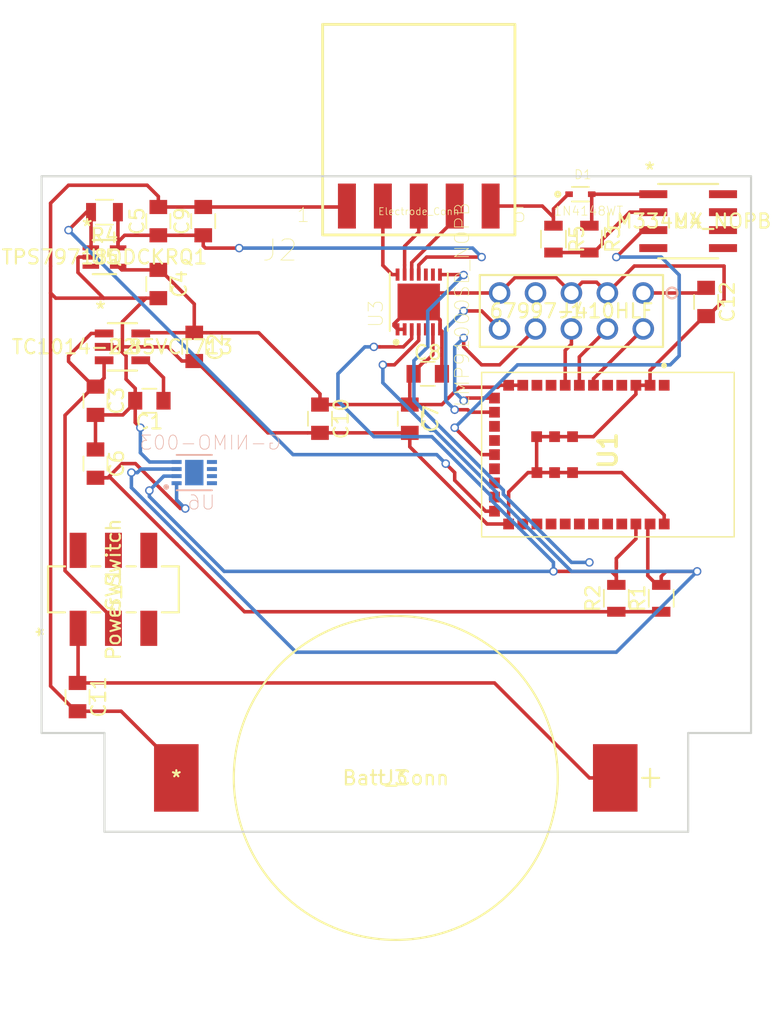
<source format=kicad_pcb>
(kicad_pcb (version 20171130) (host pcbnew "(5.0.2)-1")

  (general
    (thickness 1.6)
    (drawings 8)
    (tracks 331)
    (zones 0)
    (modules 28)
    (nets 51)
  )

  (page A4)
  (layers
    (0 F.Cu signal)
    (31 B.Cu signal)
    (32 B.Adhes user)
    (33 F.Adhes user)
    (34 B.Paste user)
    (35 F.Paste user)
    (36 B.SilkS user)
    (37 F.SilkS user)
    (38 B.Mask user)
    (39 F.Mask user)
    (40 Dwgs.User user)
    (41 Cmts.User user)
    (42 Eco1.User user)
    (43 Eco2.User user)
    (44 Edge.Cuts user)
    (45 Margin user)
    (46 B.CrtYd user)
    (47 F.CrtYd user)
    (48 B.Fab user)
    (49 F.Fab user)
  )

  (setup
    (last_trace_width 0.25)
    (trace_clearance 0.2)
    (zone_clearance 0.508)
    (zone_45_only no)
    (trace_min 0.25)
    (segment_width 0.2)
    (edge_width 0.15)
    (via_size 0.6)
    (via_drill 0.4)
    (via_min_size 0.4)
    (via_min_drill 0.3)
    (uvia_size 0.3)
    (uvia_drill 0.1)
    (uvias_allowed yes)
    (uvia_min_size 0.2)
    (uvia_min_drill 0.1)
    (pcb_text_width 0.3)
    (pcb_text_size 1.5 1.5)
    (mod_edge_width 0.15)
    (mod_text_size 1 1)
    (mod_text_width 0.15)
    (pad_size 1.524 1.524)
    (pad_drill 0.762)
    (pad_to_mask_clearance 0.051)
    (solder_mask_min_width 0.25)
    (aux_axis_origin 0 0)
    (visible_elements FFFFFF7F)
    (pcbplotparams
      (layerselection 0x010fc_ffffffff)
      (usegerberextensions false)
      (usegerberattributes false)
      (usegerberadvancedattributes false)
      (creategerberjobfile false)
      (excludeedgelayer true)
      (linewidth 0.100000)
      (plotframeref false)
      (viasonmask false)
      (mode 1)
      (useauxorigin false)
      (hpglpennumber 1)
      (hpglpenspeed 20)
      (hpglpendiameter 15.000000)
      (psnegative false)
      (psa4output false)
      (plotreference true)
      (plotvalue true)
      (plotinvisibletext false)
      (padsonsilk false)
      (subtractmaskfromsilk false)
      (outputformat 1)
      (mirror false)
      (drillshape 1)
      (scaleselection 1)
      (outputdirectory ""))
  )

  (net 0 "")
  (net 1 GND)
  (net 2 /EXT_TEMP_SCL)
  (net 3 /EXT_TEMP_SDA)
  (net 4 +2V85)
  (net 5 /TEMP_OUT)
  (net 6 "Net-(U3-Pad9)")
  (net 7 "Net-(U3-Pad10)")
  (net 8 +1V8)
  (net 9 /WORK_ELECTRODE)
  (net 10 /REF_ELECTRODE)
  (net 11 /COUN_ELECTRODE)
  (net 12 "Net-(U6-Pad9)")
  (net 13 "Net-(C1-Pad1)")
  (net 14 "Net-(C3-Pad1)")
  (net 15 +BATT)
  (net 16 +3V3)
  (net 17 /IP_CATHODE)
  (net 18 "Net-(R3-Pad2)")
  (net 19 /POWER_GOOD)
  (net 20 "Net-(U1-Pad1)")
  (net 21 "Net-(U1-Pad4)")
  (net 22 "Net-(U1-Pad5)")
  (net 23 /RESET)
  (net 24 /JTAG_TCXC)
  (net 25 /JTAG_TMSC)
  (net 26 "Net-(U1-Pad9)")
  (net 27 "Net-(U1-Pad10)")
  (net 28 /JTAG_TDO)
  (net 29 /JTAG_TDI)
  (net 30 "Net-(U1-Pad15)")
  (net 31 "Net-(U1-Pad16)")
  (net 32 /IP_CONTROL)
  (net 33 "Net-(U1-Pad18)")
  (net 34 "Net-(U1-Pad19)")
  (net 35 "Net-(U1-Pad20)")
  (net 36 "Net-(U1-Pad23)")
  (net 37 "Net-(U1-Pad25)")
  (net 38 "Net-(U1-Pad26)")
  (net 39 "Net-(U1-Pad27)")
  (net 40 "Net-(U1-Pad28)")
  (net 41 "Net-(U1-Pad29)")
  (net 42 "Net-(U1-Pad30)")
  (net 43 "Net-(U4-Pad4)")
  (net 44 "Net-(U4-Pad5)")
  (net 45 "Net-(U4-Pad6)")
  (net 46 "Net-(U4-Pad7)")
  (net 47 "Net-(U4-Pad8)")
  (net 48 "Net-(U5-Pad3)")
  (net 49 "Net-(J1-Pad4)")
  (net 50 "Net-(D1-PadA)")

  (net_class Default "This is the default net class."
    (clearance 0.2)
    (trace_width 0.25)
    (via_dia 0.6)
    (via_drill 0.4)
    (uvia_dia 0.3)
    (uvia_drill 0.1)
    (diff_pair_gap 0.25)
    (diff_pair_width 0.25)
    (add_net +1V8)
    (add_net +2V85)
    (add_net +3V3)
    (add_net +BATT)
    (add_net /COUN_ELECTRODE)
    (add_net /EXT_TEMP_SCL)
    (add_net /EXT_TEMP_SDA)
    (add_net /IP_CATHODE)
    (add_net /IP_CONTROL)
    (add_net /JTAG_TCXC)
    (add_net /JTAG_TDI)
    (add_net /JTAG_TDO)
    (add_net /JTAG_TMSC)
    (add_net /POWER_GOOD)
    (add_net /REF_ELECTRODE)
    (add_net /RESET)
    (add_net /TEMP_OUT)
    (add_net /WORK_ELECTRODE)
    (add_net GND)
    (add_net "Net-(C1-Pad1)")
    (add_net "Net-(C3-Pad1)")
    (add_net "Net-(D1-PadA)")
    (add_net "Net-(J1-Pad4)")
    (add_net "Net-(R3-Pad2)")
    (add_net "Net-(U1-Pad1)")
    (add_net "Net-(U1-Pad10)")
    (add_net "Net-(U1-Pad15)")
    (add_net "Net-(U1-Pad16)")
    (add_net "Net-(U1-Pad18)")
    (add_net "Net-(U1-Pad19)")
    (add_net "Net-(U1-Pad20)")
    (add_net "Net-(U1-Pad23)")
    (add_net "Net-(U1-Pad25)")
    (add_net "Net-(U1-Pad26)")
    (add_net "Net-(U1-Pad27)")
    (add_net "Net-(U1-Pad28)")
    (add_net "Net-(U1-Pad29)")
    (add_net "Net-(U1-Pad30)")
    (add_net "Net-(U1-Pad4)")
    (add_net "Net-(U1-Pad5)")
    (add_net "Net-(U1-Pad9)")
    (add_net "Net-(U3-Pad10)")
    (add_net "Net-(U3-Pad9)")
    (add_net "Net-(U4-Pad4)")
    (add_net "Net-(U4-Pad5)")
    (add_net "Net-(U4-Pad6)")
    (add_net "Net-(U4-Pad7)")
    (add_net "Net-(U4-Pad8)")
    (add_net "Net-(U5-Pad3)")
    (add_net "Net-(U6-Pad9)")
  )

  (module footprints6:796136-1 (layer F.Cu) (tedit 0) (tstamp 5D0BAC39)
    (at 109.855 93.345 180)
    (path /5D185544)
    (fp_text reference J3 (at -15.5194 0 180) (layer F.SilkS)
      (effects (font (size 1 1) (thickness 0.15)))
    )
    (fp_text value Batt_Conn (at -15.5194 0 180) (layer F.SilkS)
      (effects (font (size 1 1) (thickness 0.15)))
    )
    (fp_text user "Copyright 2016 Accelerated Designs. All rights reserved." (at 0 0 180) (layer Cmts.User)
      (effects (font (size 0.127 0.127) (thickness 0.002)))
    )
    (fp_text user * (at 0 0 180) (layer F.SilkS)
      (effects (font (size 1 1) (thickness 0.15)))
    )
    (fp_text user * (at 0 0 180) (layer F.Fab)
      (effects (font (size 1 1) (thickness 0.15)))
    )
    (fp_line (start -34.1376 0) (end -32.8676 0) (layer F.Fab) (width 0.1524))
    (fp_line (start -33.5026 -0.635) (end -33.5026 0.635) (layer F.Fab) (width 0.1524))
    (fp_line (start -34.1376 0) (end -32.94634 0) (layer F.SilkS) (width 0.1524))
    (fp_line (start -33.5026 -0.635) (end -33.5026 0.635) (layer F.SilkS) (width 0.1524))
    (fp_line (start -22.662776 -17.3482) (end -8.376024 -17.3482) (layer F.CrtYd) (width 0.1524))
    (fp_line (start -8.376024 -17.3482) (end 1.8288 -7.143376) (layer F.CrtYd) (width 0.1524))
    (fp_line (start 1.8288 -7.143376) (end 1.8288 7.143376) (layer F.CrtYd) (width 0.1524))
    (fp_line (start 1.8288 7.143376) (end -8.376024 17.3482) (layer F.CrtYd) (width 0.1524))
    (fp_line (start -8.376024 17.3482) (end -22.662776 17.3482) (layer F.CrtYd) (width 0.1524))
    (fp_line (start -22.662776 17.3482) (end -32.8676 7.143376) (layer F.CrtYd) (width 0.1524))
    (fp_line (start -32.8676 7.143376) (end -32.8676 -7.143376) (layer F.CrtYd) (width 0.1524))
    (fp_line (start -32.8676 -7.143376) (end -22.662776 -17.3482) (layer F.CrtYd) (width 0.1524))
    (fp_circle (center -15.5194 0) (end -4.191 0) (layer F.Fab) (width 0.1524))
    (fp_circle (center -15.5194 0) (end -4.064 0) (layer F.SilkS) (width 0.1524))
    (pad 1 smd rect (at -31.0388 0 180) (size 3.1496 4.7752) (layers F.Cu F.Paste F.Mask)
      (net 15 +BATT))
    (pad 2 smd rect (at 0 0 180) (size 3.1496 4.7752) (layers F.Cu F.Paste F.Mask)
      (net 1 GND))
  )

  (module SODFL1608X70N (layer F.Cu) (tedit 0) (tstamp 5D0D617C)
    (at 138.43 52.07)
    (path /5D165C8E)
    (attr smd)
    (fp_text reference D1 (at 0.17855 -1.388) (layer F.SilkS)
      (effects (font (size 0.64 0.64) (thickness 0.05)))
    )
    (fp_text value 1N4148WT (at 0.56096 1.18938) (layer F.SilkS)
      (effects (font (size 0.64 0.64) (thickness 0.05)))
    )
    (fp_line (start -0.6 -0.515) (end 0.6 -0.515) (layer F.SilkS) (width 0.127))
    (fp_line (start 0.65 -0.45) (end 0.65 0.45) (layer Eco2.User) (width 0.127))
    (fp_line (start -0.65 0.45) (end -0.65 -0.45) (layer Eco2.User) (width 0.127))
    (fp_circle (center -1.6 0) (end -1.55 0) (layer F.SilkS) (width 0.2))
    (fp_line (start -1.315 -0.6) (end 1.315 -0.6) (layer Eco1.User) (width 0.05))
    (fp_line (start 1.315 -0.6) (end 1.315 0.6) (layer Eco1.User) (width 0.05))
    (fp_line (start 1.315 0.6) (end -1.315 0.6) (layer Eco1.User) (width 0.05))
    (fp_line (start -1.315 0.6) (end -1.315 -0.6) (layer Eco1.User) (width 0.05))
    (fp_line (start -0.65 -0.45) (end 0.65 -0.45) (layer Eco2.User) (width 0.127))
    (fp_line (start 0.65 0.45) (end -0.65 0.45) (layer Eco2.User) (width 0.127))
    (fp_circle (center -1.6 0) (end -1.55 0) (layer Eco2.User) (width 0.2))
    (fp_line (start 0.6 0.515) (end -0.6 0.515) (layer F.SilkS) (width 0.127))
    (pad C smd rect (at -0.8 0) (size 0.53 0.4) (layers F.Cu F.Paste F.Mask)
      (net 17 /IP_CATHODE))
    (pad A smd rect (at 0.8 0) (size 0.53 0.4) (layers F.Cu F.Paste F.Mask)
      (net 50 "Net-(D1-PadA)"))
  )

  (module footprints5:JS202011SCQN (layer F.Cu) (tedit 0) (tstamp 5D0BACD2)
    (at 105.41 80.01 90)
    (path /5D192113)
    (fp_text reference SW1 (at 0 0 90) (layer F.SilkS)
      (effects (font (size 1 1) (thickness 0.15)))
    )
    (fp_text value Power_Switch (at 0 0 90) (layer F.SilkS)
      (effects (font (size 1 1) (thickness 0.15)))
    )
    (fp_text user "Copyright 2016 Accelerated Designs. All rights reserved." (at 0 0 90) (layer Cmts.User)
      (effects (font (size 0.127 0.127) (thickness 0.002)))
    )
    (fp_text user * (at -3.0099 -4.8876 90) (layer F.SilkS)
      (effects (font (size 1 1) (thickness 0.15)))
    )
    (fp_text user * (at -1.1176 -3.3636 90) (layer F.Fab)
      (effects (font (size 1 1) (thickness 0.15)))
    )
    (fp_line (start -1.4986 -1.9031) (end -1.4986 -3.0969) (layer F.Fab) (width 0.1524))
    (fp_line (start -1.4986 -3.0969) (end -4.0005 -3.0969) (layer F.Fab) (width 0.1524))
    (fp_line (start -4.0005 -3.0969) (end -4.0005 -1.9031) (layer F.Fab) (width 0.1524))
    (fp_line (start -4.0005 -1.9031) (end -1.4986 -1.9031) (layer F.Fab) (width 0.1524))
    (fp_line (start -1.4986 0.5969) (end -1.4986 -0.5969) (layer F.Fab) (width 0.1524))
    (fp_line (start -1.4986 -0.5969) (end -4.0005 -0.5969) (layer F.Fab) (width 0.1524))
    (fp_line (start -4.0005 -0.5969) (end -4.0005 0.5969) (layer F.Fab) (width 0.1524))
    (fp_line (start -4.0005 0.5969) (end -1.4986 0.5969) (layer F.Fab) (width 0.1524))
    (fp_line (start -1.4986 3.0969) (end -1.4986 1.9031) (layer F.Fab) (width 0.1524))
    (fp_line (start -1.4986 1.9031) (end -4.0005 1.9031) (layer F.Fab) (width 0.1524))
    (fp_line (start -4.0005 1.9031) (end -4.0005 3.0969) (layer F.Fab) (width 0.1524))
    (fp_line (start -4.0005 3.0969) (end -1.4986 3.0969) (layer F.Fab) (width 0.1524))
    (fp_line (start 1.4986 1.9031) (end 1.4986 3.0969) (layer F.Fab) (width 0.1524))
    (fp_line (start 1.4986 3.0969) (end 4.0005 3.0969) (layer F.Fab) (width 0.1524))
    (fp_line (start 4.0005 3.0969) (end 4.0005 1.9031) (layer F.Fab) (width 0.1524))
    (fp_line (start 4.0005 1.9031) (end 1.4986 1.9031) (layer F.Fab) (width 0.1524))
    (fp_line (start 1.4986 -0.5969) (end 1.4986 0.5969) (layer F.Fab) (width 0.1524))
    (fp_line (start 1.4986 0.5969) (end 4.0005 0.5969) (layer F.Fab) (width 0.1524))
    (fp_line (start 4.0005 0.5969) (end 4.0005 -0.5969) (layer F.Fab) (width 0.1524))
    (fp_line (start 4.0005 -0.5969) (end 1.4986 -0.5969) (layer F.Fab) (width 0.1524))
    (fp_line (start 1.4986 -3.0969) (end 1.4986 -1.9031) (layer F.Fab) (width 0.1524))
    (fp_line (start 1.4986 -1.9031) (end 4.0005 -1.9031) (layer F.Fab) (width 0.1524))
    (fp_line (start 4.0005 -1.9031) (end 4.0005 -3.0969) (layer F.Fab) (width 0.1524))
    (fp_line (start 4.0005 -3.0969) (end 1.4986 -3.0969) (layer F.Fab) (width 0.1524))
    (fp_line (start -0.7493 1.7526) (end -0.7493 -1.7526) (layer F.Fab) (width 0.1524))
    (fp_line (start -0.7493 -1.7526) (end 0.7493 -1.7526) (layer F.Fab) (width 0.1524))
    (fp_line (start 0.7493 -1.7526) (end 0.7493 1.7526) (layer F.Fab) (width 0.1524))
    (fp_line (start 0.7493 1.7526) (end -0.7493 1.7526) (layer F.Fab) (width 0.1524))
    (fp_line (start -1.6256 4.6228) (end 1.6256 4.6228) (layer F.SilkS) (width 0.1524))
    (fp_line (start 1.6256 4.6228) (end 1.6256 3.42964) (layer F.SilkS) (width 0.1524))
    (fp_line (start 1.6256 -4.6228) (end -1.6256 -4.6228) (layer F.SilkS) (width 0.1524))
    (fp_line (start -1.6256 -4.6228) (end -1.6256 -3.42964) (layer F.SilkS) (width 0.1524))
    (fp_line (start -1.4986 4.4958) (end 1.4986 4.4958) (layer F.Fab) (width 0.1524))
    (fp_line (start 1.4986 4.4958) (end 1.4986 -4.4958) (layer F.Fab) (width 0.1524))
    (fp_line (start 1.4986 -4.4958) (end -1.4986 -4.4958) (layer F.Fab) (width 0.1524))
    (fp_line (start -1.4986 -4.4958) (end -1.4986 4.4958) (layer F.Fab) (width 0.1524))
    (fp_line (start -1.6256 -1.57036) (end -1.6256 -0.92964) (layer F.SilkS) (width 0.1524))
    (fp_line (start -1.6256 0.92964) (end -1.6256 1.57036) (layer F.SilkS) (width 0.1524))
    (fp_line (start -1.6256 3.42964) (end -1.6256 4.6228) (layer F.SilkS) (width 0.1524))
    (fp_line (start 1.6256 1.57036) (end 1.6256 0.92964) (layer F.SilkS) (width 0.1524))
    (fp_line (start 1.6256 -0.92964) (end 1.6256 -1.57036) (layer F.SilkS) (width 0.1524))
    (fp_line (start 1.6256 -3.42964) (end 1.6256 -4.6228) (layer F.SilkS) (width 0.1524))
    (fp_line (start -1.7526 4.7498) (end -1.7526 3.008) (layer F.CrtYd) (width 0.1524))
    (fp_line (start -1.7526 3.008) (end -4.5085 3.008) (layer F.CrtYd) (width 0.1524))
    (fp_line (start -4.5085 3.008) (end -4.5085 -3.008) (layer F.CrtYd) (width 0.1524))
    (fp_line (start -4.5085 -3.008) (end -1.7526 -3.008) (layer F.CrtYd) (width 0.1524))
    (fp_line (start -1.7526 -3.008) (end -1.7526 -4.7498) (layer F.CrtYd) (width 0.1524))
    (fp_line (start -1.7526 -4.7498) (end 1.7526 -4.7498) (layer F.CrtYd) (width 0.1524))
    (fp_line (start 1.7526 -4.7498) (end 1.7526 -3.008) (layer F.CrtYd) (width 0.1524))
    (fp_line (start 1.7526 -3.008) (end 4.5085 -3.008) (layer F.CrtYd) (width 0.1524))
    (fp_line (start 4.5085 -3.008) (end 4.5085 3.008) (layer F.CrtYd) (width 0.1524))
    (fp_line (start 4.5085 3.008) (end 1.7526 3.008) (layer F.CrtYd) (width 0.1524))
    (fp_line (start 1.7526 3.008) (end 1.7526 4.7498) (layer F.CrtYd) (width 0.1524))
    (fp_line (start 1.7526 4.7498) (end -1.7526 4.7498) (layer F.CrtYd) (width 0.1524))
    (fp_arc (start 0 -4.4958) (end 0.3048 -4.4958) (angle 180) (layer F.Fab) (width 0.1524))
    (pad 1 smd rect (at -2.7559 -2.5 90) (size 2.4892 1.1938) (layers F.Cu F.Paste F.Mask)
      (net 15 +BATT))
    (pad 2 smd rect (at -2.7559 0 90) (size 2.4892 1.1938) (layers F.Cu F.Paste F.Mask)
      (net 14 "Net-(C3-Pad1)"))
    (pad 3 smd rect (at -2.7559 2.5 90) (size 2.4892 1.1938) (layers F.Cu F.Paste F.Mask))
    (pad 4 smd rect (at 2.7559 2.5 90) (size 2.4892 1.1938) (layers F.Cu F.Paste F.Mask))
    (pad 5 smd rect (at 2.7559 0 90) (size 2.4892 1.1938) (layers F.Cu F.Paste F.Mask))
    (pad 6 smd rect (at 2.7559 -2.5 90) (size 2.4892 1.1938) (layers F.Cu F.Paste F.Mask))
  )

  (module 450-0178C:4500178C (layer F.Cu) (tedit 5D000316) (tstamp 5D0BAD0D)
    (at 131.445 70.485 270)
    (descr SABLE-X-R2)
    (tags "Integrated Circuit")
    (path /5CF025CE)
    (attr smd)
    (fp_text reference U1 (at -0.293 -8.93 270) (layer F.SilkS)
      (effects (font (size 1.27 1.27) (thickness 0.254)))
    )
    (fp_text value SaBLE-X-R2 (at -0.293 -8.93 270) (layer F.SilkS) hide
      (effects (font (size 1.27 1.27) (thickness 0.254)))
    )
    (fp_line (start -5.815 -17.86) (end 5.815 -17.86) (layer Dwgs.User) (width 0.2))
    (fp_line (start 5.815 -17.86) (end 5.815 0) (layer Dwgs.User) (width 0.2))
    (fp_line (start 5.815 0) (end -5.815 0) (layer Dwgs.User) (width 0.2))
    (fp_line (start -5.815 0) (end -5.815 -17.86) (layer Dwgs.User) (width 0.2))
    (fp_line (start -5.815 -17.86) (end 5.815 -17.86) (layer F.SilkS) (width 0.1))
    (fp_line (start 5.815 -17.86) (end 5.815 0) (layer F.SilkS) (width 0.1))
    (fp_line (start 5.815 0) (end -5.815 0) (layer F.SilkS) (width 0.1))
    (fp_line (start -5.815 0) (end -5.815 -17.86) (layer F.SilkS) (width 0.1))
    (fp_line (start -7.4 -18.86) (end 6.815 -18.86) (layer Dwgs.User) (width 0.1))
    (fp_line (start 6.815 -18.86) (end 6.815 1) (layer Dwgs.User) (width 0.1))
    (fp_line (start 6.815 1) (end -7.4 1) (layer Dwgs.User) (width 0.1))
    (fp_line (start -7.4 1) (end -7.4 -18.86) (layer Dwgs.User) (width 0.1))
    (fp_line (start -6.3 -13) (end -6.3 -13) (layer F.SilkS) (width 0.2))
    (fp_line (start -6.3 -12.8) (end -6.3 -12.8) (layer F.SilkS) (width 0.2))
    (fp_arc (start -6.3 -12.9) (end -6.3 -13) (angle 180) (layer F.SilkS) (width 0.2))
    (fp_arc (start -6.3 -12.9) (end -6.3 -12.8) (angle 180) (layer F.SilkS) (width 0.2))
    (pad 1 smd rect (at -4.905 -12.91) (size 0.76 0.76) (layers F.Cu F.Paste F.Mask)
      (net 20 "Net-(U1-Pad1)"))
    (pad 2 smd rect (at -4.905 -11.91) (size 0.76 0.76) (layers F.Cu F.Paste F.Mask)
      (net 1 GND))
    (pad 3 smd rect (at -4.905 -10.91) (size 0.76 0.76) (layers F.Cu F.Paste F.Mask)
      (net 1 GND))
    (pad 4 smd rect (at -4.905 -9.91) (size 0.76 0.76) (layers F.Cu F.Paste F.Mask)
      (net 21 "Net-(U1-Pad4)"))
    (pad 5 smd rect (at -4.905 -8.91) (size 0.76 0.76) (layers F.Cu F.Paste F.Mask)
      (net 22 "Net-(U1-Pad5)"))
    (pad 6 smd rect (at -4.905 -7.91) (size 0.76 0.76) (layers F.Cu F.Paste F.Mask)
      (net 23 /RESET))
    (pad 7 smd rect (at -4.905 -6.91) (size 0.76 0.76) (layers F.Cu F.Paste F.Mask)
      (net 24 /JTAG_TCXC))
    (pad 8 smd rect (at -4.905 -5.91) (size 0.76 0.76) (layers F.Cu F.Paste F.Mask)
      (net 25 /JTAG_TMSC))
    (pad 9 smd rect (at -4.905 -4.91) (size 0.76 0.76) (layers F.Cu F.Paste F.Mask)
      (net 26 "Net-(U1-Pad9)"))
    (pad 10 smd rect (at -4.905 -3.91) (size 0.76 0.76) (layers F.Cu F.Paste F.Mask)
      (net 27 "Net-(U1-Pad10)"))
    (pad 11 smd rect (at -4.905 -2.91) (size 0.76 0.76) (layers F.Cu F.Paste F.Mask)
      (net 4 +2V85))
    (pad 12 smd rect (at -4.905 -1.91) (size 0.76 0.76) (layers F.Cu F.Paste F.Mask)
      (net 4 +2V85))
    (pad 13 smd rect (at -4 -0.91) (size 0.76 0.76) (layers F.Cu F.Paste F.Mask)
      (net 28 /JTAG_TDO))
    (pad 14 smd rect (at -3 -0.91) (size 0.76 0.76) (layers F.Cu F.Paste F.Mask)
      (net 29 /JTAG_TDI))
    (pad 15 smd rect (at -2 -0.91) (size 0.76 0.76) (layers F.Cu F.Paste F.Mask)
      (net 30 "Net-(U1-Pad15)"))
    (pad 16 smd rect (at -1 -0.91) (size 0.76 0.76) (layers F.Cu F.Paste F.Mask)
      (net 31 "Net-(U1-Pad16)"))
    (pad 17 smd rect (at 0 -0.91) (size 0.76 0.76) (layers F.Cu F.Paste F.Mask)
      (net 32 /IP_CONTROL))
    (pad 18 smd rect (at 1 -0.91) (size 0.76 0.76) (layers F.Cu F.Paste F.Mask)
      (net 33 "Net-(U1-Pad18)"))
    (pad 19 smd rect (at 2 -0.91) (size 0.76 0.76) (layers F.Cu F.Paste F.Mask)
      (net 34 "Net-(U1-Pad19)"))
    (pad 20 smd rect (at 3 -0.91) (size 0.76 0.76) (layers F.Cu F.Paste F.Mask)
      (net 35 "Net-(U1-Pad20)"))
    (pad 21 smd rect (at 4 -0.91) (size 0.76 0.76) (layers F.Cu F.Paste F.Mask)
      (net 19 /POWER_GOOD))
    (pad 22 smd rect (at 4.905 -1.91) (size 0.76 0.76) (layers F.Cu F.Paste F.Mask)
      (net 1 GND))
    (pad 23 smd rect (at 4.905 -2.91) (size 0.76 0.76) (layers F.Cu F.Paste F.Mask)
      (net 36 "Net-(U1-Pad23)"))
    (pad 24 smd rect (at 4.905 -3.91) (size 0.76 0.76) (layers F.Cu F.Paste F.Mask)
      (net 5 /TEMP_OUT))
    (pad 25 smd rect (at 4.905 -4.91) (size 0.76 0.76) (layers F.Cu F.Paste F.Mask)
      (net 37 "Net-(U1-Pad25)"))
    (pad 26 smd rect (at 4.905 -5.91) (size 0.76 0.76) (layers F.Cu F.Paste F.Mask)
      (net 38 "Net-(U1-Pad26)"))
    (pad 27 smd rect (at 4.905 -6.91) (size 0.76 0.76) (layers F.Cu F.Paste F.Mask)
      (net 39 "Net-(U1-Pad27)"))
    (pad 28 smd rect (at 4.905 -7.91) (size 0.76 0.76) (layers F.Cu F.Paste F.Mask)
      (net 40 "Net-(U1-Pad28)"))
    (pad 29 smd rect (at 4.905 -8.91) (size 0.76 0.76) (layers F.Cu F.Paste F.Mask)
      (net 41 "Net-(U1-Pad29)"))
    (pad 30 smd rect (at 4.905 -9.91) (size 0.76 0.76) (layers F.Cu F.Paste F.Mask)
      (net 42 "Net-(U1-Pad30)"))
    (pad 31 smd rect (at 4.905 -10.91) (size 0.76 0.76) (layers F.Cu F.Paste F.Mask)
      (net 2 /EXT_TEMP_SCL))
    (pad 32 smd rect (at 4.905 -11.91) (size 0.76 0.76) (layers F.Cu F.Paste F.Mask)
      (net 3 /EXT_TEMP_SDA))
    (pad 33 smd rect (at 4.905 -12.91) (size 0.76 0.76) (layers F.Cu F.Paste F.Mask)
      (net 1 GND))
    (pad 34 smd rect (at -1.27 -3.89) (size 0.76 0.76) (layers F.Cu F.Paste F.Mask)
      (net 1 GND))
    (pad 35 smd rect (at -1.27 -5.16) (size 0.76 0.76) (layers F.Cu F.Paste F.Mask)
      (net 1 GND))
    (pad 36 smd rect (at -1.27 -6.43) (size 0.76 0.76) (layers F.Cu F.Paste F.Mask)
      (net 1 GND))
    (pad 37 smd rect (at 1.27 -6.43) (size 0.76 0.76) (layers F.Cu F.Paste F.Mask)
      (net 1 GND))
    (pad 38 smd rect (at 1.27 -5.16) (size 0.76 0.76) (layers F.Cu F.Paste F.Mask)
      (net 1 GND))
    (pad 39 smd rect (at 1.27 -3.91) (size 0.76 0.76) (layers F.Cu F.Paste F.Mask)
      (net 1 GND))
  )

  (module Capacitors_SMD:C_0805 (layer F.Cu) (tedit 58AA8463) (tstamp 5D0BAA4A)
    (at 111.125 62.865 270)
    (descr "Capacitor SMD 0805, reflow soldering, AVX (see smccp.pdf)")
    (tags "capacitor 0805")
    (path /5CF127F7)
    (attr smd)
    (fp_text reference C2 (at 0 -1.5 270) (layer F.SilkS)
      (effects (font (size 1 1) (thickness 0.15)))
    )
    (fp_text value 1u (at 0 1.75 270) (layer F.Fab)
      (effects (font (size 1 1) (thickness 0.15)))
    )
    (fp_line (start 1.75 0.87) (end -1.75 0.87) (layer F.CrtYd) (width 0.05))
    (fp_line (start 1.75 0.87) (end 1.75 -0.88) (layer F.CrtYd) (width 0.05))
    (fp_line (start -1.75 -0.88) (end -1.75 0.87) (layer F.CrtYd) (width 0.05))
    (fp_line (start -1.75 -0.88) (end 1.75 -0.88) (layer F.CrtYd) (width 0.05))
    (fp_line (start -0.5 0.85) (end 0.5 0.85) (layer F.SilkS) (width 0.12))
    (fp_line (start 0.5 -0.85) (end -0.5 -0.85) (layer F.SilkS) (width 0.12))
    (fp_line (start -1 -0.62) (end 1 -0.62) (layer F.Fab) (width 0.1))
    (fp_line (start 1 -0.62) (end 1 0.62) (layer F.Fab) (width 0.1))
    (fp_line (start 1 0.62) (end -1 0.62) (layer F.Fab) (width 0.1))
    (fp_line (start -1 0.62) (end -1 -0.62) (layer F.Fab) (width 0.1))
    (fp_text user %R (at 0 -1.5 270) (layer F.Fab)
      (effects (font (size 1 1) (thickness 0.15)))
    )
    (pad 2 smd rect (at 1 0 270) (size 1 1.25) (layers F.Cu F.Paste F.Mask)
      (net 1 GND))
    (pad 1 smd rect (at -1 0 270) (size 1 1.25) (layers F.Cu F.Paste F.Mask)
      (net 4 +2V85))
    (model Capacitors_SMD.3dshapes/C_0805.wrl
      (at (xyz 0 0 0))
      (scale (xyz 1 1 1))
      (rotate (xyz 0 0 0))
    )
  )

  (module TSM-105-01-L-SH:TSM-105-01-L-SH (layer F.Cu) (tedit 0) (tstamp 5D0C7EA6)
    (at 127 47.625)
    (descr "translated Allegro footprint")
    (path /5D0D35F4)
    (attr smd)
    (fp_text reference J2 (at -9.821 8.4135) (layer F.SilkS)
      (effects (font (size 1.5 1.5) (thickness 0.05)))
    )
    (fp_text value Electrode_Conn (at 0 5.66549) (layer F.SilkS)
      (effects (font (size 0.5 0.5) (thickness 0.05)))
    )
    (fp_line (start -7.05099 1.27) (end -8.75299 1.27) (layer Eco2.User) (width 0))
    (fp_line (start -8.21101 0.635) (end -8.052 1.27) (layer Eco2.User) (width 0))
    (fp_line (start -8.052 1.27) (end -7.893 0.635) (layer Eco2.User) (width 0))
    (fp_line (start -7.893 0.635) (end -8.052 0.762) (layer Eco2.User) (width 0))
    (fp_line (start -8.052 0.762) (end -8.21101 0.635) (layer Eco2.User) (width 0))
    (fp_line (start -8.052 1.27) (end -7.97199 0.697992) (layer Eco2.User) (width 0))
    (fp_line (start -7.97199 0.697992) (end -8.052 0.762) (layer Eco2.User) (width 0))
    (fp_line (start -8.052 0.762) (end -8.052 1.27) (layer Eco2.User) (width 0))
    (fp_line (start -8.052 1.27) (end -8.131 0.697992) (layer Eco2.User) (width 0))
    (fp_line (start -8.131 0.697992) (end -8.21101 0.635) (layer Eco2.User) (width 0))
    (fp_line (start -7.05099 -1.27) (end -8.75299 -1.27) (layer Eco2.User) (width 0))
    (fp_line (start -7.893 -0.635) (end -8.052 -1.27) (layer Eco2.User) (width 0))
    (fp_line (start -8.052 -1.27) (end -8.21101 -0.635) (layer Eco2.User) (width 0))
    (fp_line (start -8.21101 -0.635) (end -8.052 -0.762) (layer Eco2.User) (width 0))
    (fp_line (start -8.052 -0.762) (end -7.893 -0.635) (layer Eco2.User) (width 0))
    (fp_line (start -8.052 -1.27) (end -8.131 -0.697992) (layer Eco2.User) (width 0))
    (fp_line (start -8.131 -0.697992) (end -8.052 -0.762) (layer Eco2.User) (width 0))
    (fp_line (start -8.052 -0.762) (end -8.052 -1.27) (layer Eco2.User) (width 0))
    (fp_line (start -8.052 -1.27) (end -7.97199 -0.697992) (layer Eco2.User) (width 0))
    (fp_line (start -7.97199 -0.697992) (end -7.893 -0.635) (layer Eco2.User) (width 0))
    (fp_poly (pts (xy 7.79701 -8.55901) (xy -7.79701 -8.55901) (xy -7.79701 8.32099) (xy 7.79701 8.32099)
      (xy 7.79701 -8.55901)) (layer Eco1.User) (width 0))
    (fp_line (start -5.08 5.98401) (end -5.08 9.02) (layer Eco2.User) (width 0))
    (fp_line (start -7.023 8.31799) (end -5.08 8.31799) (layer Eco2.User) (width 0))
    (fp_line (start -4.445 8.16) (end -5.08 8.31799) (layer Eco2.User) (width 0))
    (fp_line (start -5.08 8.31799) (end -4.445 8.477) (layer Eco2.User) (width 0))
    (fp_line (start -4.445 8.477) (end -4.572 8.31799) (layer Eco2.User) (width 0))
    (fp_line (start -4.572 8.31799) (end -4.445 8.16) (layer Eco2.User) (width 0))
    (fp_line (start -5.08 8.31799) (end -4.50799 8.398) (layer Eco2.User) (width 0))
    (fp_line (start -4.50799 8.398) (end -4.572 8.31799) (layer Eco2.User) (width 0))
    (fp_line (start -4.572 8.31799) (end -5.08 8.31799) (layer Eco2.User) (width 0))
    (fp_line (start -5.08 8.31799) (end -4.50799 8.239) (layer Eco2.User) (width 0))
    (fp_line (start -4.50799 8.239) (end -4.445 8.16) (layer Eco2.User) (width 0))
    (fp_line (start -5.08 8.31799) (end -2.54 8.31799) (layer Eco2.User) (width 0))
    (fp_line (start -5.08 5.98401) (end -5.08 10.036) (layer Eco2.User) (width 0))
    (fp_line (start -0.991006 9.33399) (end -5.08 9.33399) (layer Eco2.User) (width 0))
    (fp_line (start -4.445 9.176) (end -5.08 9.33399) (layer Eco2.User) (width 0))
    (fp_line (start -5.08 9.33399) (end -4.445 9.493) (layer Eco2.User) (width 0))
    (fp_line (start -4.445 9.493) (end -4.572 9.33399) (layer Eco2.User) (width 0))
    (fp_line (start -4.572 9.33399) (end -4.445 9.176) (layer Eco2.User) (width 0))
    (fp_line (start -5.08 9.33399) (end -4.50799 9.414) (layer Eco2.User) (width 0))
    (fp_line (start -4.50799 9.414) (end -4.572 9.33399) (layer Eco2.User) (width 0))
    (fp_line (start -4.572 9.33399) (end -5.08 9.33399) (layer Eco2.User) (width 0))
    (fp_line (start -5.08 9.33399) (end -4.50799 9.255) (layer Eco2.User) (width 0))
    (fp_line (start -4.50799 9.255) (end -4.445 9.176) (layer Eco2.User) (width 0))
    (fp_line (start -5.39801 4.258) (end -4.76199 4.258) (layer Eco2.User) (width 0.1))
    (fp_line (start -5.39801 5.334) (end -4.76199 5.334) (layer Eco2.User) (width 0.1))
    (fp_line (start -3.81 1.143) (end -4.191 1.143) (layer Eco2.User) (width 0.1))
    (fp_line (start -4.191 1.143) (end -4.191 1.27) (layer Eco2.User) (width 0.1))
    (fp_line (start -4.191 1.27) (end -4.76199 1.27) (layer Eco2.User) (width 0.1))
    (fp_line (start -4.76199 1.27) (end -4.76199 5.334) (layer Eco2.User) (width 0.1))
    (fp_line (start -4.76199 5.334) (end -4.94701 5.842) (layer Eco2.User) (width 0.1))
    (fp_line (start -4.94701 5.842) (end -5.21299 5.842) (layer Eco2.User) (width 0.1))
    (fp_line (start -5.21299 5.842) (end -5.39801 5.334) (layer Eco2.User) (width 0.1))
    (fp_line (start -5.39801 5.334) (end -5.39801 1.27) (layer Eco2.User) (width 0.1))
    (fp_line (start -5.39801 1.27) (end -6.35 1.27) (layer Eco2.User) (width 0.1))
    (fp_line (start -6.35 1.27) (end -6.35 -1.27) (layer Eco2.User) (width 0.1))
    (fp_line (start -6.35 -1.27) (end -4.191 -1.27) (layer Eco2.User) (width 0.1))
    (fp_line (start -4.191 -1.27) (end -4.191 -1.143) (layer Eco2.User) (width 0.1))
    (fp_line (start -4.191 -1.143) (end -3.81 -1.143) (layer Eco2.User) (width 0.1))
    (fp_line (start -6.80001 -7.56201) (end -6.80001 7.32399) (layer F.SilkS) (width 0.2))
    (fp_line (start -6.80001 -7.56201) (end -6.80001 7.32399) (layer Eco2.User) (width 0.1))
    (fp_line (start -6.80001 7.32399) (end 6.80001 7.32399) (layer F.SilkS) (width 0.2))
    (fp_line (start -6.80001 7.32399) (end 6.80001 7.32399) (layer Eco2.User) (width 0.1))
    (fp_line (start 6.80001 7.32399) (end 6.80001 -7.56201) (layer F.SilkS) (width 0.2))
    (fp_line (start 6.80001 7.32399) (end 6.80001 -7.56201) (layer Eco2.User) (width 0.1))
    (fp_line (start 6.80001 -7.56201) (end -6.80001 -7.56201) (layer F.SilkS) (width 0.2))
    (fp_line (start 6.80001 -7.56201) (end -6.80001 -7.56201) (layer Eco2.User) (width 0.1))
    (fp_line (start -5.39801 1.27) (end -4.76199 1.27) (layer Eco2.User) (width 0.1))
    (fp_line (start -6.35 0.569011) (end -6.35 -9.238) (layer Eco2.User) (width 0))
    (fp_line (start -8.052 0.318008) (end -8.052 1.27) (layer Eco2.User) (width 0))
    (fp_line (start -5.39801 -1.27) (end -5.39801 -6.604) (layer Eco2.User) (width 0.1))
    (fp_line (start -5.39801 -6.604) (end -5.21299 -7.112) (layer Eco2.User) (width 0.1))
    (fp_line (start -5.21299 -7.112) (end -4.94701 -7.112) (layer Eco2.User) (width 0.1))
    (fp_line (start -4.94701 -7.112) (end -4.76199 -6.604) (layer Eco2.User) (width 0.1))
    (fp_line (start -4.76199 -6.604) (end -4.76199 -1.27) (layer Eco2.User) (width 0.1))
    (fp_line (start -8.052 -0.318008) (end -8.052 -1.27) (layer Eco2.User) (width 0))
    (fp_line (start -5.39801 -6.604) (end -4.76199 -6.604) (layer Eco2.User) (width 0.1))
    (fp_line (start -0.991006 -8.53699) (end -6.35 -8.53699) (layer Eco2.User) (width 0))
    (fp_line (start -5.715 -8.69599) (end -6.35 -8.53699) (layer Eco2.User) (width 0))
    (fp_line (start -6.35 -8.53699) (end -5.715 -8.37801) (layer Eco2.User) (width 0))
    (fp_line (start -5.715 -8.37801) (end -5.842 -8.53699) (layer Eco2.User) (width 0))
    (fp_line (start -5.842 -8.53699) (end -5.715 -8.69599) (layer Eco2.User) (width 0))
    (fp_line (start -6.35 -8.53699) (end -5.77799 -8.458) (layer Eco2.User) (width 0))
    (fp_line (start -5.77799 -8.458) (end -5.842 -8.53699) (layer Eco2.User) (width 0))
    (fp_line (start -5.842 -8.53699) (end -6.35 -8.53699) (layer Eco2.User) (width 0))
    (fp_line (start -6.35 -8.53699) (end -5.77799 -8.61601) (layer Eco2.User) (width 0))
    (fp_line (start -5.77799 -8.61601) (end -5.715 -8.69599) (layer Eco2.User) (width 0))
    (fp_line (start -2.54 5.98401) (end -2.54 9.02) (layer Eco2.User) (width 0))
    (fp_line (start -3.175 8.477) (end -2.54 8.31799) (layer Eco2.User) (width 0))
    (fp_line (start -2.54 8.31799) (end -3.175 8.16) (layer Eco2.User) (width 0))
    (fp_line (start -3.175 8.16) (end -3.048 8.31799) (layer Eco2.User) (width 0))
    (fp_line (start -3.048 8.31799) (end -3.175 8.477) (layer Eco2.User) (width 0))
    (fp_line (start -2.54 8.31799) (end -3.11201 8.239) (layer Eco2.User) (width 0))
    (fp_line (start -3.11201 8.239) (end -3.048 8.31799) (layer Eco2.User) (width 0))
    (fp_line (start -3.048 8.31799) (end -2.54 8.31799) (layer Eco2.User) (width 0))
    (fp_line (start -2.54 8.31799) (end -3.11201 8.398) (layer Eco2.User) (width 0))
    (fp_line (start -3.11201 8.398) (end -3.175 8.477) (layer Eco2.User) (width 0))
    (fp_line (start -3.81 1.143) (end -3.429 1.143) (layer Eco2.User) (width 0.1))
    (fp_line (start -3.429 1.143) (end -3.429 1.27) (layer Eco2.User) (width 0.1))
    (fp_line (start -3.429 1.27) (end -2.22199 1.27) (layer Eco2.User) (width 0.1))
    (fp_line (start -2.22199 1.27) (end -2.22199 5.334) (layer Eco2.User) (width 0.1))
    (fp_line (start -2.22199 5.334) (end -2.85801 5.334) (layer Eco2.User) (width 0.1))
    (fp_line (start -2.85801 5.334) (end -2.85801 1.27) (layer Eco2.User) (width 0.1))
    (fp_line (start -2.85801 5.334) (end -2.67299 5.842) (layer Eco2.User) (width 0.1))
    (fp_line (start -2.40701 5.842) (end -2.22199 5.334) (layer Eco2.User) (width 0.1))
    (fp_line (start -2.67299 5.842) (end -2.40701 5.842) (layer Eco2.User) (width 0.1))
    (fp_line (start -2.85801 4.26499) (end -2.22199 4.26499) (layer Eco2.User) (width 0.1))
    (fp_line (start -4.191 -1.143) (end -4.191 1.143) (layer Eco2.User) (width 0.1))
    (fp_line (start -2.22199 1.27) (end -1.651 1.27) (layer Eco2.User) (width 0.1))
    (fp_line (start -1.651 1.27) (end -1.651 1.143) (layer Eco2.User) (width 0.1))
    (fp_line (start -1.651 1.143) (end -1.27 1.143) (layer Eco2.User) (width 0.1))
    (fp_line (start -1.651 1.143) (end -1.651 -1.143) (layer Eco2.User) (width 0.1))
    (fp_line (start -3.429 -1.143) (end -3.429 1.143) (layer Eco2.User) (width 0.1))
    (fp_line (start -1.27 1.143) (end -0.889 1.143) (layer Eco2.User) (width 0.1))
    (fp_line (start -0.889 1.143) (end -0.889 1.27) (layer Eco2.User) (width 0.1))
    (fp_line (start -0.889 1.27) (end 0.318008 1.27) (layer Eco2.User) (width 0.1))
    (fp_line (start 0.318008 1.27) (end 0.318008 5.334) (layer Eco2.User) (width 0.1))
    (fp_line (start 0.318008 5.334) (end -0.318008 5.334) (layer Eco2.User) (width 0.1))
    (fp_line (start -0.318008 5.334) (end -0.318008 1.27) (layer Eco2.User) (width 0.1))
    (fp_line (start -0.889 -1.143) (end -0.889 1.143) (layer Eco2.User) (width 0.1))
    (fp_line (start -1.27 -1.143) (end -1.651 -1.143) (layer Eco2.User) (width 0.1))
    (fp_line (start -1.651 -1.143) (end -1.651 -1.27) (layer Eco2.User) (width 0.1))
    (fp_line (start -1.651 -1.27) (end -2.22199 -1.27) (layer Eco2.User) (width 0.1))
    (fp_line (start -2.22199 -1.27) (end -2.22199 -6.604) (layer Eco2.User) (width 0.1))
    (fp_line (start -2.22199 -6.604) (end -2.40701 -7.112) (layer Eco2.User) (width 0.1))
    (fp_line (start -2.40701 -7.112) (end -2.67299 -7.112) (layer Eco2.User) (width 0.1))
    (fp_line (start -2.67299 -7.112) (end -2.85801 -6.604) (layer Eco2.User) (width 0.1))
    (fp_line (start -2.85801 -6.604) (end -2.85801 -1.27) (layer Eco2.User) (width 0.1))
    (fp_line (start -2.85801 -1.27) (end -3.429 -1.27) (layer Eco2.User) (width 0.1))
    (fp_line (start -3.429 -1.27) (end -3.429 -1.143) (layer Eco2.User) (width 0.1))
    (fp_line (start -3.429 -1.143) (end -3.81 -1.143) (layer Eco2.User) (width 0.1))
    (fp_line (start -2.85801 -1.27) (end -2.22199 -1.27) (layer Eco2.User) (width 0.1))
    (fp_line (start 1.27 -1.143) (end 0.889 -1.143) (layer Eco2.User) (width 0.1))
    (fp_line (start 0.889 -1.143) (end 0.889 -1.27) (layer Eco2.User) (width 0.1))
    (fp_line (start 0.889 -1.27) (end 0.318008 -1.27) (layer Eco2.User) (width 0.1))
    (fp_line (start 0.318008 -1.27) (end 0.318008 -6.604) (layer Eco2.User) (width 0.1))
    (fp_line (start 0.318008 -6.604) (end 0.132994 -7.112) (layer Eco2.User) (width 0.1))
    (fp_line (start 0.132994 -7.112) (end -0.132994 -7.112) (layer Eco2.User) (width 0.1))
    (fp_line (start -0.132994 -7.112) (end -0.318008 -6.604) (layer Eco2.User) (width 0.1))
    (fp_line (start -0.318008 -6.604) (end -0.318008 -1.27) (layer Eco2.User) (width 0.1))
    (fp_line (start -0.318008 -1.27) (end -0.889 -1.27) (layer Eco2.User) (width 0.1))
    (fp_line (start -0.889 -1.27) (end -0.889 -1.143) (layer Eco2.User) (width 0.1))
    (fp_line (start -0.889 -1.143) (end -1.27 -1.143) (layer Eco2.User) (width 0.1))
    (fp_line (start -2.85801 -6.604) (end -2.22199 -6.604) (layer Eco2.User) (width 0.1))
    (fp_line (start 0.991006 9.33399) (end 5.08 9.33399) (layer Eco2.User) (width 0))
    (fp_line (start -0.318008 5.334) (end -0.132994 5.842) (layer Eco2.User) (width 0.1))
    (fp_line (start 0.132994 5.842) (end 0.318008 5.334) (layer Eco2.User) (width 0.1))
    (fp_line (start -0.132994 5.842) (end 0.132994 5.842) (layer Eco2.User) (width 0.1))
    (fp_line (start -0.318008 4.26499) (end 0.318008 4.26499) (layer Eco2.User) (width 0.1))
    (fp_line (start 1.27 1.143) (end 1.651 1.143) (layer Eco2.User) (width 0.1))
    (fp_line (start 1.651 1.143) (end 1.651 1.27) (layer Eco2.User) (width 0.1))
    (fp_line (start 1.651 1.27) (end 2.85801 1.27) (layer Eco2.User) (width 0.1))
    (fp_line (start 2.85801 1.27) (end 2.85801 5.334) (layer Eco2.User) (width 0.1))
    (fp_line (start 2.85801 5.334) (end 2.22199 5.334) (layer Eco2.User) (width 0.1))
    (fp_line (start 2.22199 5.334) (end 2.22199 1.27) (layer Eco2.User) (width 0.1))
    (fp_line (start 2.22199 5.334) (end 2.40701 5.842) (layer Eco2.User) (width 0.1))
    (fp_line (start 2.67299 5.842) (end 2.85801 5.334) (layer Eco2.User) (width 0.1))
    (fp_line (start 2.40701 5.842) (end 2.67299 5.842) (layer Eco2.User) (width 0.1))
    (fp_line (start 2.22199 4.26499) (end 2.85801 4.26499) (layer Eco2.User) (width 0.1))
    (fp_line (start 0.318008 1.27) (end 0.889 1.27) (layer Eco2.User) (width 0.1))
    (fp_line (start 0.889 1.27) (end 0.889 1.143) (layer Eco2.User) (width 0.1))
    (fp_line (start 0.889 1.143) (end 1.27 1.143) (layer Eco2.User) (width 0.1))
    (fp_line (start 0.889 1.143) (end 0.889 -1.143) (layer Eco2.User) (width 0.1))
    (fp_line (start 2.85801 1.27) (end 3.429 1.27) (layer Eco2.User) (width 0.1))
    (fp_line (start 3.429 1.27) (end 3.429 1.143) (layer Eco2.User) (width 0.1))
    (fp_line (start 3.429 1.143) (end 3.81 1.143) (layer Eco2.User) (width 0.1))
    (fp_line (start 3.429 1.143) (end 3.429 -1.143) (layer Eco2.User) (width 0.1))
    (fp_line (start 1.651 -1.143) (end 1.651 1.143) (layer Eco2.User) (width 0.1))
    (fp_line (start -0.318008 -1.27) (end 0.318008 -1.27) (layer Eco2.User) (width 0.1))
    (fp_line (start 3.81 -1.143) (end 3.429 -1.143) (layer Eco2.User) (width 0.1))
    (fp_line (start 3.429 -1.143) (end 3.429 -1.27) (layer Eco2.User) (width 0.1))
    (fp_line (start 3.429 -1.27) (end 2.85801 -1.27) (layer Eco2.User) (width 0.1))
    (fp_line (start 2.85801 -1.27) (end 2.85801 -6.604) (layer Eco2.User) (width 0.1))
    (fp_line (start 2.85801 -6.604) (end 2.67299 -7.112) (layer Eco2.User) (width 0.1))
    (fp_line (start 2.67299 -7.112) (end 2.40701 -7.112) (layer Eco2.User) (width 0.1))
    (fp_line (start 2.40701 -7.112) (end 2.22199 -6.604) (layer Eco2.User) (width 0.1))
    (fp_line (start 2.22199 -6.604) (end 2.22199 -1.27) (layer Eco2.User) (width 0.1))
    (fp_line (start 2.22199 -1.27) (end 1.651 -1.27) (layer Eco2.User) (width 0.1))
    (fp_line (start 1.651 -1.27) (end 1.651 -1.143) (layer Eco2.User) (width 0.1))
    (fp_line (start 1.651 -1.143) (end 1.27 -1.143) (layer Eco2.User) (width 0.1))
    (fp_line (start 2.22199 -1.27) (end 2.85801 -1.27) (layer Eco2.User) (width 0.1))
    (fp_line (start -0.318008 -6.604) (end 0.318008 -6.604) (layer Eco2.User) (width 0.1))
    (fp_line (start 2.22199 -6.604) (end 2.85801 -6.604) (layer Eco2.User) (width 0.1))
    (fp_line (start 0.991006 -8.53699) (end 6.35 -8.53699) (layer Eco2.User) (width 0))
    (fp_line (start 5.08 5.98401) (end 5.08 10.036) (layer Eco2.User) (width 0))
    (fp_line (start 4.445 9.493) (end 5.08 9.33399) (layer Eco2.User) (width 0))
    (fp_line (start 5.08 9.33399) (end 4.445 9.176) (layer Eco2.User) (width 0))
    (fp_line (start 4.445 9.176) (end 4.572 9.33399) (layer Eco2.User) (width 0))
    (fp_line (start 4.572 9.33399) (end 4.445 9.493) (layer Eco2.User) (width 0))
    (fp_line (start 5.08 9.33399) (end 4.50799 9.255) (layer Eco2.User) (width 0))
    (fp_line (start 4.50799 9.255) (end 4.572 9.33399) (layer Eco2.User) (width 0))
    (fp_line (start 4.572 9.33399) (end 5.08 9.33399) (layer Eco2.User) (width 0))
    (fp_line (start 5.08 9.33399) (end 4.50799 9.414) (layer Eco2.User) (width 0))
    (fp_line (start 4.50799 9.414) (end 4.445 9.493) (layer Eco2.User) (width 0))
    (fp_line (start 4.76199 4.26001) (end 5.39801 4.26001) (layer Eco2.User) (width 0.1))
    (fp_line (start 4.76199 5.334) (end 4.94701 5.842) (layer Eco2.User) (width 0.1))
    (fp_line (start 4.94701 5.842) (end 5.21299 5.842) (layer Eco2.User) (width 0.1))
    (fp_line (start 5.21299 5.842) (end 5.39801 5.334) (layer Eco2.User) (width 0.1))
    (fp_line (start 5.39801 5.334) (end 4.76199 5.334) (layer Eco2.User) (width 0.1))
    (fp_line (start 4.76199 5.334) (end 4.76199 1.27) (layer Eco2.User) (width 0.1))
    (fp_line (start 5.39801 5.334) (end 5.39801 1.27) (layer Eco2.User) (width 0.1))
    (fp_line (start 4.191 -1.143) (end 4.191 1.143) (layer Eco2.User) (width 0.1))
    (fp_line (start 3.81 -1.143) (end 4.191 -1.143) (layer Eco2.User) (width 0.1))
    (fp_line (start 4.191 -1.143) (end 4.191 -1.27) (layer Eco2.User) (width 0.1))
    (fp_line (start 4.191 -1.27) (end 6.35 -1.27) (layer Eco2.User) (width 0.1))
    (fp_line (start 6.35 -1.27) (end 6.35 1.27) (layer Eco2.User) (width 0.1))
    (fp_line (start 6.35 1.27) (end 4.191 1.27) (layer Eco2.User) (width 0.1))
    (fp_line (start 4.191 1.27) (end 4.191 1.143) (layer Eco2.User) (width 0.1))
    (fp_line (start 4.191 1.143) (end 3.81 1.143) (layer Eco2.User) (width 0.1))
    (fp_line (start 6.35 0.569011) (end 6.35 -9.238) (layer Eco2.User) (width 0))
    (fp_line (start 4.76199 -1.27) (end 4.76199 -6.604) (layer Eco2.User) (width 0.1))
    (fp_line (start 4.76199 -6.604) (end 4.94701 -7.112) (layer Eco2.User) (width 0.1))
    (fp_line (start 4.94701 -7.112) (end 5.21299 -7.112) (layer Eco2.User) (width 0.1))
    (fp_line (start 5.21299 -7.112) (end 5.39801 -6.604) (layer Eco2.User) (width 0.1))
    (fp_line (start 5.39801 -6.604) (end 5.39801 -1.27) (layer Eco2.User) (width 0.1))
    (fp_line (start 4.76199 -6.604) (end 5.39801 -6.604) (layer Eco2.User) (width 0.1))
    (fp_line (start 5.715 -8.37801) (end 6.35 -8.53699) (layer Eco2.User) (width 0))
    (fp_line (start 6.35 -8.53699) (end 5.715 -8.69599) (layer Eco2.User) (width 0))
    (fp_line (start 5.715 -8.69599) (end 5.842 -8.53699) (layer Eco2.User) (width 0))
    (fp_line (start 5.842 -8.53699) (end 5.715 -8.37801) (layer Eco2.User) (width 0))
    (fp_line (start 6.35 -8.53699) (end 5.77799 -8.61601) (layer Eco2.User) (width 0))
    (fp_line (start 5.77799 -8.61601) (end 5.842 -8.53699) (layer Eco2.User) (width 0))
    (fp_line (start 5.842 -8.53699) (end 6.35 -8.53699) (layer Eco2.User) (width 0))
    (fp_line (start 6.35 -8.53699) (end 5.77799 -8.458) (layer Eco2.User) (width 0))
    (fp_line (start 5.77799 -8.458) (end 5.715 -8.37801) (layer Eco2.User) (width 0))
    (fp_text user 2.540 (at -8.53399 8.44601) (layer Edge.Cuts)
      (effects (font (size 1 1) (thickness 0.05)))
    )
    (fp_text user 1 (at -8.17001 5.918) (layer F.SilkS)
      (effects (font (size 1 1) (thickness 0.05)))
    )
    (fp_text user 1 (at -8.17001 5.918) (layer Edge.Cuts)
      (effects (font (size 1 1) (thickness 0.05)))
    )
    (fp_text user 2.540 (at -8.712 0.127) (layer Edge.Cuts)
      (effects (font (size 1 1) (thickness 0.05)))
    )
    (fp_text user 10.160 (at -0.799998 9.46201) (layer Edge.Cuts)
      (effects (font (size 1 1) (thickness 0.05)))
    )
    (fp_text user 12.700 (at -0.799998 -8.40999) (layer Edge.Cuts)
      (effects (font (size 1 1) (thickness 0.05)))
    )
    (fp_text user 5 (at 7.14101 5.918) (layer F.SilkS)
      (effects (font (size 1 1) (thickness 0.05)))
    )
    (fp_text user 5 (at 7.14101 5.918) (layer Edge.Cuts)
      (effects (font (size 1 1) (thickness 0.05)))
    )
    (fp_poly (pts (xy -5.766 3.642) (xy -4.394 3.642) (xy -4.394 6.92402) (xy -5.766 6.92402)) (layer F.Mask) (width 0))
    (fp_poly (pts (xy -5.715 3.69301) (xy -4.445 3.69301) (xy -4.445 6.87301) (xy -5.715 6.87301)) (layer F.Paste) (width 0))
    (fp_poly (pts (xy -3.226 3.642) (xy -1.854 3.642) (xy -1.854 6.92402) (xy -3.226 6.92402)) (layer F.Mask) (width 0))
    (fp_poly (pts (xy -3.175 3.69301) (xy -1.905 3.69301) (xy -1.905 6.87301) (xy -3.175 6.87301)) (layer F.Paste) (width 0))
    (fp_poly (pts (xy -0.686003 3.642) (xy 0.686003 3.642) (xy 0.686003 6.92402) (xy -0.686003 6.92402)) (layer F.Mask) (width 0))
    (fp_poly (pts (xy -0.635 3.69301) (xy 0.635 3.69301) (xy 0.635 6.87301) (xy -0.635 6.87301)) (layer F.Paste) (width 0))
    (fp_poly (pts (xy 1.854 3.642) (xy 3.226 3.642) (xy 3.226 6.92402) (xy 1.854 6.92402)) (layer F.Mask) (width 0))
    (fp_poly (pts (xy 1.905 3.69301) (xy 3.175 3.69301) (xy 3.175 6.87301) (xy 1.905 6.87301)) (layer F.Paste) (width 0))
    (fp_poly (pts (xy 4.394 3.642) (xy 5.766 3.642) (xy 5.766 6.92402) (xy 4.394 6.92402)) (layer F.Mask) (width 0))
    (fp_poly (pts (xy 4.445 3.69301) (xy 5.715 3.69301) (xy 5.715 6.87301) (xy 4.445 6.87301)) (layer F.Paste) (width 0))
    (pad 1 smd rect (at -5.08 5.283) (size 1.27 3.18) (layers F.Cu F.Paste F.Mask)
      (net 1 GND))
    (pad 2 smd rect (at -2.54 5.283) (size 1.27 3.18) (layers F.Cu F.Paste F.Mask)
      (net 11 /COUN_ELECTRODE))
    (pad 3 smd rect (at 0 5.283) (size 1.27 3.18) (layers F.Cu F.Paste F.Mask)
      (net 10 /REF_ELECTRODE))
    (pad 4 smd rect (at 2.54 5.283) (size 1.27 3.18) (layers F.Cu F.Paste F.Mask)
      (net 9 /WORK_ELECTRODE))
    (pad 5 smd rect (at 5.08 5.283) (size 1.27 3.18) (layers F.Cu F.Paste F.Mask)
      (net 17 /IP_CATHODE))
  )

  (module Capacitors_SMD:C_0805 (layer F.Cu) (tedit 58AA8463) (tstamp 5D0BAA39)
    (at 107.95 66.675 180)
    (descr "Capacitor SMD 0805, reflow soldering, AVX (see smccp.pdf)")
    (tags "capacitor 0805")
    (path /5CF10E24)
    (attr smd)
    (fp_text reference C1 (at 0 -1.5 180) (layer F.SilkS)
      (effects (font (size 1 1) (thickness 0.15)))
    )
    (fp_text value 470p (at 0 1.75 180) (layer F.Fab)
      (effects (font (size 1 1) (thickness 0.15)))
    )
    (fp_line (start 1.75 0.87) (end -1.75 0.87) (layer F.CrtYd) (width 0.05))
    (fp_line (start 1.75 0.87) (end 1.75 -0.88) (layer F.CrtYd) (width 0.05))
    (fp_line (start -1.75 -0.88) (end -1.75 0.87) (layer F.CrtYd) (width 0.05))
    (fp_line (start -1.75 -0.88) (end 1.75 -0.88) (layer F.CrtYd) (width 0.05))
    (fp_line (start -0.5 0.85) (end 0.5 0.85) (layer F.SilkS) (width 0.12))
    (fp_line (start 0.5 -0.85) (end -0.5 -0.85) (layer F.SilkS) (width 0.12))
    (fp_line (start -1 -0.62) (end 1 -0.62) (layer F.Fab) (width 0.1))
    (fp_line (start 1 -0.62) (end 1 0.62) (layer F.Fab) (width 0.1))
    (fp_line (start 1 0.62) (end -1 0.62) (layer F.Fab) (width 0.1))
    (fp_line (start -1 0.62) (end -1 -0.62) (layer F.Fab) (width 0.1))
    (fp_text user %R (at 0 -1.5 180) (layer F.Fab)
      (effects (font (size 1 1) (thickness 0.15)))
    )
    (pad 2 smd rect (at 1 0 180) (size 1 1.25) (layers F.Cu F.Paste F.Mask)
      (net 1 GND))
    (pad 1 smd rect (at -1 0 180) (size 1 1.25) (layers F.Cu F.Paste F.Mask)
      (net 13 "Net-(C1-Pad1)"))
    (model Capacitors_SMD.3dshapes/C_0805.wrl
      (at (xyz 0 0 0))
      (scale (xyz 1 1 1))
      (rotate (xyz 0 0 0))
    )
  )

  (module Capacitors_SMD:C_0805 (layer F.Cu) (tedit 58AA8463) (tstamp 5D0BAA5B)
    (at 104.14 66.675 270)
    (descr "Capacitor SMD 0805, reflow soldering, AVX (see smccp.pdf)")
    (tags "capacitor 0805")
    (path /5CF12793)
    (attr smd)
    (fp_text reference C3 (at 0 -1.5 270) (layer F.SilkS)
      (effects (font (size 1 1) (thickness 0.15)))
    )
    (fp_text value 1u (at 0 1.75 270) (layer F.Fab)
      (effects (font (size 1 1) (thickness 0.15)))
    )
    (fp_text user %R (at 0 -1.5 270) (layer F.Fab)
      (effects (font (size 1 1) (thickness 0.15)))
    )
    (fp_line (start -1 0.62) (end -1 -0.62) (layer F.Fab) (width 0.1))
    (fp_line (start 1 0.62) (end -1 0.62) (layer F.Fab) (width 0.1))
    (fp_line (start 1 -0.62) (end 1 0.62) (layer F.Fab) (width 0.1))
    (fp_line (start -1 -0.62) (end 1 -0.62) (layer F.Fab) (width 0.1))
    (fp_line (start 0.5 -0.85) (end -0.5 -0.85) (layer F.SilkS) (width 0.12))
    (fp_line (start -0.5 0.85) (end 0.5 0.85) (layer F.SilkS) (width 0.12))
    (fp_line (start -1.75 -0.88) (end 1.75 -0.88) (layer F.CrtYd) (width 0.05))
    (fp_line (start -1.75 -0.88) (end -1.75 0.87) (layer F.CrtYd) (width 0.05))
    (fp_line (start 1.75 0.87) (end 1.75 -0.88) (layer F.CrtYd) (width 0.05))
    (fp_line (start 1.75 0.87) (end -1.75 0.87) (layer F.CrtYd) (width 0.05))
    (pad 1 smd rect (at -1 0 270) (size 1 1.25) (layers F.Cu F.Paste F.Mask)
      (net 14 "Net-(C3-Pad1)"))
    (pad 2 smd rect (at 1 0 270) (size 1 1.25) (layers F.Cu F.Paste F.Mask)
      (net 1 GND))
    (model Capacitors_SMD.3dshapes/C_0805.wrl
      (at (xyz 0 0 0))
      (scale (xyz 1 1 1))
      (rotate (xyz 0 0 0))
    )
  )

  (module Capacitors_SMD:C_0805 (layer F.Cu) (tedit 58AA8463) (tstamp 5D0BAA6C)
    (at 108.585 58.42 270)
    (descr "Capacitor SMD 0805, reflow soldering, AVX (see smccp.pdf)")
    (tags "capacitor 0805")
    (path /5CF77274)
    (attr smd)
    (fp_text reference C4 (at 0 -1.5 270) (layer F.SilkS)
      (effects (font (size 1 1) (thickness 0.15)))
    )
    (fp_text value 0.1u (at 0 1.75 270) (layer F.Fab)
      (effects (font (size 1 1) (thickness 0.15)))
    )
    (fp_text user %R (at 0 -1.5 270) (layer F.Fab)
      (effects (font (size 1 1) (thickness 0.15)))
    )
    (fp_line (start -1 0.62) (end -1 -0.62) (layer F.Fab) (width 0.1))
    (fp_line (start 1 0.62) (end -1 0.62) (layer F.Fab) (width 0.1))
    (fp_line (start 1 -0.62) (end 1 0.62) (layer F.Fab) (width 0.1))
    (fp_line (start -1 -0.62) (end 1 -0.62) (layer F.Fab) (width 0.1))
    (fp_line (start 0.5 -0.85) (end -0.5 -0.85) (layer F.SilkS) (width 0.12))
    (fp_line (start -0.5 0.85) (end 0.5 0.85) (layer F.SilkS) (width 0.12))
    (fp_line (start -1.75 -0.88) (end 1.75 -0.88) (layer F.CrtYd) (width 0.05))
    (fp_line (start -1.75 -0.88) (end -1.75 0.87) (layer F.CrtYd) (width 0.05))
    (fp_line (start 1.75 0.87) (end 1.75 -0.88) (layer F.CrtYd) (width 0.05))
    (fp_line (start 1.75 0.87) (end -1.75 0.87) (layer F.CrtYd) (width 0.05))
    (pad 1 smd rect (at -1 0 270) (size 1 1.25) (layers F.Cu F.Paste F.Mask)
      (net 4 +2V85))
    (pad 2 smd rect (at 1 0 270) (size 1 1.25) (layers F.Cu F.Paste F.Mask)
      (net 1 GND))
    (model Capacitors_SMD.3dshapes/C_0805.wrl
      (at (xyz 0 0 0))
      (scale (xyz 1 1 1))
      (rotate (xyz 0 0 0))
    )
  )

  (module Capacitors_SMD:C_0805 (layer F.Cu) (tedit 58AA8463) (tstamp 5D0BAA7D)
    (at 108.585 53.975 90)
    (descr "Capacitor SMD 0805, reflow soldering, AVX (see smccp.pdf)")
    (tags "capacitor 0805")
    (path /5CF772DC)
    (attr smd)
    (fp_text reference C5 (at 0 -1.5 90) (layer F.SilkS)
      (effects (font (size 1 1) (thickness 0.15)))
    )
    (fp_text value 0.47u (at 0 1.75 90) (layer F.Fab)
      (effects (font (size 1 1) (thickness 0.15)))
    )
    (fp_line (start 1.75 0.87) (end -1.75 0.87) (layer F.CrtYd) (width 0.05))
    (fp_line (start 1.75 0.87) (end 1.75 -0.88) (layer F.CrtYd) (width 0.05))
    (fp_line (start -1.75 -0.88) (end -1.75 0.87) (layer F.CrtYd) (width 0.05))
    (fp_line (start -1.75 -0.88) (end 1.75 -0.88) (layer F.CrtYd) (width 0.05))
    (fp_line (start -0.5 0.85) (end 0.5 0.85) (layer F.SilkS) (width 0.12))
    (fp_line (start 0.5 -0.85) (end -0.5 -0.85) (layer F.SilkS) (width 0.12))
    (fp_line (start -1 -0.62) (end 1 -0.62) (layer F.Fab) (width 0.1))
    (fp_line (start 1 -0.62) (end 1 0.62) (layer F.Fab) (width 0.1))
    (fp_line (start 1 0.62) (end -1 0.62) (layer F.Fab) (width 0.1))
    (fp_line (start -1 0.62) (end -1 -0.62) (layer F.Fab) (width 0.1))
    (fp_text user %R (at 0 -1.5 90) (layer F.Fab)
      (effects (font (size 1 1) (thickness 0.15)))
    )
    (pad 2 smd rect (at 1 0 90) (size 1 1.25) (layers F.Cu F.Paste F.Mask)
      (net 1 GND))
    (pad 1 smd rect (at -1 0 90) (size 1 1.25) (layers F.Cu F.Paste F.Mask)
      (net 8 +1V8))
    (model Capacitors_SMD.3dshapes/C_0805.wrl
      (at (xyz 0 0 0))
      (scale (xyz 1 1 1))
      (rotate (xyz 0 0 0))
    )
  )

  (module Capacitors_SMD:C_0805 (layer F.Cu) (tedit 58AA8463) (tstamp 5D0BAA8E)
    (at 104.14 71.12 270)
    (descr "Capacitor SMD 0805, reflow soldering, AVX (see smccp.pdf)")
    (tags "capacitor 0805")
    (path /5D04044D)
    (attr smd)
    (fp_text reference C6 (at 0 -1.5 270) (layer F.SilkS)
      (effects (font (size 1 1) (thickness 0.15)))
    )
    (fp_text value 0.1u (at 0 1.75 270) (layer F.Fab)
      (effects (font (size 1 1) (thickness 0.15)))
    )
    (fp_text user %R (at 0 -1.5 270) (layer F.Fab)
      (effects (font (size 1 1) (thickness 0.15)))
    )
    (fp_line (start -1 0.62) (end -1 -0.62) (layer F.Fab) (width 0.1))
    (fp_line (start 1 0.62) (end -1 0.62) (layer F.Fab) (width 0.1))
    (fp_line (start 1 -0.62) (end 1 0.62) (layer F.Fab) (width 0.1))
    (fp_line (start -1 -0.62) (end 1 -0.62) (layer F.Fab) (width 0.1))
    (fp_line (start 0.5 -0.85) (end -0.5 -0.85) (layer F.SilkS) (width 0.12))
    (fp_line (start -0.5 0.85) (end 0.5 0.85) (layer F.SilkS) (width 0.12))
    (fp_line (start -1.75 -0.88) (end 1.75 -0.88) (layer F.CrtYd) (width 0.05))
    (fp_line (start -1.75 -0.88) (end -1.75 0.87) (layer F.CrtYd) (width 0.05))
    (fp_line (start 1.75 0.87) (end 1.75 -0.88) (layer F.CrtYd) (width 0.05))
    (fp_line (start 1.75 0.87) (end -1.75 0.87) (layer F.CrtYd) (width 0.05))
    (pad 1 smd rect (at -1 0 270) (size 1 1.25) (layers F.Cu F.Paste F.Mask)
      (net 1 GND))
    (pad 2 smd rect (at 1 0 270) (size 1 1.25) (layers F.Cu F.Paste F.Mask)
      (net 4 +2V85))
    (model Capacitors_SMD.3dshapes/C_0805.wrl
      (at (xyz 0 0 0))
      (scale (xyz 1 1 1))
      (rotate (xyz 0 0 0))
    )
  )

  (module Capacitors_SMD:C_0805 (layer F.Cu) (tedit 58AA8463) (tstamp 5D0BAA9F)
    (at 126.365 67.945 270)
    (descr "Capacitor SMD 0805, reflow soldering, AVX (see smccp.pdf)")
    (tags "capacitor 0805")
    (path /5D0D60AD)
    (attr smd)
    (fp_text reference C7 (at 0 -1.5 270) (layer F.SilkS)
      (effects (font (size 1 1) (thickness 0.15)))
    )
    (fp_text value 0.1u (at 0 1.75 270) (layer F.Fab)
      (effects (font (size 1 1) (thickness 0.15)))
    )
    (fp_line (start 1.75 0.87) (end -1.75 0.87) (layer F.CrtYd) (width 0.05))
    (fp_line (start 1.75 0.87) (end 1.75 -0.88) (layer F.CrtYd) (width 0.05))
    (fp_line (start -1.75 -0.88) (end -1.75 0.87) (layer F.CrtYd) (width 0.05))
    (fp_line (start -1.75 -0.88) (end 1.75 -0.88) (layer F.CrtYd) (width 0.05))
    (fp_line (start -0.5 0.85) (end 0.5 0.85) (layer F.SilkS) (width 0.12))
    (fp_line (start 0.5 -0.85) (end -0.5 -0.85) (layer F.SilkS) (width 0.12))
    (fp_line (start -1 -0.62) (end 1 -0.62) (layer F.Fab) (width 0.1))
    (fp_line (start 1 -0.62) (end 1 0.62) (layer F.Fab) (width 0.1))
    (fp_line (start 1 0.62) (end -1 0.62) (layer F.Fab) (width 0.1))
    (fp_line (start -1 0.62) (end -1 -0.62) (layer F.Fab) (width 0.1))
    (fp_text user %R (at 0 -1.5 270) (layer F.Fab)
      (effects (font (size 1 1) (thickness 0.15)))
    )
    (pad 2 smd rect (at 1 0 270) (size 1 1.25) (layers F.Cu F.Paste F.Mask)
      (net 1 GND))
    (pad 1 smd rect (at -1 0 270) (size 1 1.25) (layers F.Cu F.Paste F.Mask)
      (net 4 +2V85))
    (model Capacitors_SMD.3dshapes/C_0805.wrl
      (at (xyz 0 0 0))
      (scale (xyz 1 1 1))
      (rotate (xyz 0 0 0))
    )
  )

  (module Capacitors_SMD:C_0805 (layer F.Cu) (tedit 58AA8463) (tstamp 5D0BAAB0)
    (at 127.635 64.77)
    (descr "Capacitor SMD 0805, reflow soldering, AVX (see smccp.pdf)")
    (tags "capacitor 0805")
    (path /5D0F1EC4)
    (attr smd)
    (fp_text reference C8 (at 0 -1.5) (layer F.SilkS)
      (effects (font (size 1 1) (thickness 0.15)))
    )
    (fp_text value 0.1u (at 0 1.75) (layer F.Fab)
      (effects (font (size 1 1) (thickness 0.15)))
    )
    (fp_text user %R (at 0 -1.5) (layer F.Fab)
      (effects (font (size 1 1) (thickness 0.15)))
    )
    (fp_line (start -1 0.62) (end -1 -0.62) (layer F.Fab) (width 0.1))
    (fp_line (start 1 0.62) (end -1 0.62) (layer F.Fab) (width 0.1))
    (fp_line (start 1 -0.62) (end 1 0.62) (layer F.Fab) (width 0.1))
    (fp_line (start -1 -0.62) (end 1 -0.62) (layer F.Fab) (width 0.1))
    (fp_line (start 0.5 -0.85) (end -0.5 -0.85) (layer F.SilkS) (width 0.12))
    (fp_line (start -0.5 0.85) (end 0.5 0.85) (layer F.SilkS) (width 0.12))
    (fp_line (start -1.75 -0.88) (end 1.75 -0.88) (layer F.CrtYd) (width 0.05))
    (fp_line (start -1.75 -0.88) (end -1.75 0.87) (layer F.CrtYd) (width 0.05))
    (fp_line (start 1.75 0.87) (end 1.75 -0.88) (layer F.CrtYd) (width 0.05))
    (fp_line (start 1.75 0.87) (end -1.75 0.87) (layer F.CrtYd) (width 0.05))
    (pad 1 smd rect (at -1 0) (size 1 1.25) (layers F.Cu F.Paste F.Mask)
      (net 4 +2V85))
    (pad 2 smd rect (at 1 0) (size 1 1.25) (layers F.Cu F.Paste F.Mask)
      (net 1 GND))
    (model Capacitors_SMD.3dshapes/C_0805.wrl
      (at (xyz 0 0 0))
      (scale (xyz 1 1 1))
      (rotate (xyz 0 0 0))
    )
  )

  (module Capacitors_SMD:C_0805 (layer F.Cu) (tedit 58AA8463) (tstamp 5D0BAAC1)
    (at 111.76 53.975 90)
    (descr "Capacitor SMD 0805, reflow soldering, AVX (see smccp.pdf)")
    (tags "capacitor 0805")
    (path /5D0F1F2E)
    (attr smd)
    (fp_text reference C9 (at 0 -1.5 90) (layer F.SilkS)
      (effects (font (size 1 1) (thickness 0.15)))
    )
    (fp_text value 0.1u (at 0 1.75 90) (layer F.Fab)
      (effects (font (size 1 1) (thickness 0.15)))
    )
    (fp_line (start 1.75 0.87) (end -1.75 0.87) (layer F.CrtYd) (width 0.05))
    (fp_line (start 1.75 0.87) (end 1.75 -0.88) (layer F.CrtYd) (width 0.05))
    (fp_line (start -1.75 -0.88) (end -1.75 0.87) (layer F.CrtYd) (width 0.05))
    (fp_line (start -1.75 -0.88) (end 1.75 -0.88) (layer F.CrtYd) (width 0.05))
    (fp_line (start -0.5 0.85) (end 0.5 0.85) (layer F.SilkS) (width 0.12))
    (fp_line (start 0.5 -0.85) (end -0.5 -0.85) (layer F.SilkS) (width 0.12))
    (fp_line (start -1 -0.62) (end 1 -0.62) (layer F.Fab) (width 0.1))
    (fp_line (start 1 -0.62) (end 1 0.62) (layer F.Fab) (width 0.1))
    (fp_line (start 1 0.62) (end -1 0.62) (layer F.Fab) (width 0.1))
    (fp_line (start -1 0.62) (end -1 -0.62) (layer F.Fab) (width 0.1))
    (fp_text user %R (at 0 -1.5 90) (layer F.Fab)
      (effects (font (size 1 1) (thickness 0.15)))
    )
    (pad 2 smd rect (at 1 0 90) (size 1 1.25) (layers F.Cu F.Paste F.Mask)
      (net 1 GND))
    (pad 1 smd rect (at -1 0 90) (size 1 1.25) (layers F.Cu F.Paste F.Mask)
      (net 8 +1V8))
    (model Capacitors_SMD.3dshapes/C_0805.wrl
      (at (xyz 0 0 0))
      (scale (xyz 1 1 1))
      (rotate (xyz 0 0 0))
    )
  )

  (module Capacitors_SMD:C_0805 (layer F.Cu) (tedit 58AA8463) (tstamp 5D0BAAD2)
    (at 120.015 67.945 270)
    (descr "Capacitor SMD 0805, reflow soldering, AVX (see smccp.pdf)")
    (tags "capacitor 0805")
    (path /5D36F5C9)
    (attr smd)
    (fp_text reference C10 (at 0 -1.5 270) (layer F.SilkS)
      (effects (font (size 1 1) (thickness 0.15)))
    )
    (fp_text value 1u (at 0 1.75 270) (layer F.Fab)
      (effects (font (size 1 1) (thickness 0.15)))
    )
    (fp_text user %R (at 0 -1.5 270) (layer F.Fab)
      (effects (font (size 1 1) (thickness 0.15)))
    )
    (fp_line (start -1 0.62) (end -1 -0.62) (layer F.Fab) (width 0.1))
    (fp_line (start 1 0.62) (end -1 0.62) (layer F.Fab) (width 0.1))
    (fp_line (start 1 -0.62) (end 1 0.62) (layer F.Fab) (width 0.1))
    (fp_line (start -1 -0.62) (end 1 -0.62) (layer F.Fab) (width 0.1))
    (fp_line (start 0.5 -0.85) (end -0.5 -0.85) (layer F.SilkS) (width 0.12))
    (fp_line (start -0.5 0.85) (end 0.5 0.85) (layer F.SilkS) (width 0.12))
    (fp_line (start -1.75 -0.88) (end 1.75 -0.88) (layer F.CrtYd) (width 0.05))
    (fp_line (start -1.75 -0.88) (end -1.75 0.87) (layer F.CrtYd) (width 0.05))
    (fp_line (start 1.75 0.87) (end 1.75 -0.88) (layer F.CrtYd) (width 0.05))
    (fp_line (start 1.75 0.87) (end -1.75 0.87) (layer F.CrtYd) (width 0.05))
    (pad 1 smd rect (at -1 0 270) (size 1 1.25) (layers F.Cu F.Paste F.Mask)
      (net 4 +2V85))
    (pad 2 smd rect (at 1 0 270) (size 1 1.25) (layers F.Cu F.Paste F.Mask)
      (net 1 GND))
    (model Capacitors_SMD.3dshapes/C_0805.wrl
      (at (xyz 0 0 0))
      (scale (xyz 1 1 1))
      (rotate (xyz 0 0 0))
    )
  )

  (module Capacitors_SMD:C_0805 (layer F.Cu) (tedit 58AA8463) (tstamp 5D0BAAE3)
    (at 102.87 87.63 270)
    (descr "Capacitor SMD 0805, reflow soldering, AVX (see smccp.pdf)")
    (tags "capacitor 0805")
    (path /5D38558E)
    (attr smd)
    (fp_text reference C11 (at 0 -1.5 270) (layer F.SilkS)
      (effects (font (size 1 1) (thickness 0.15)))
    )
    (fp_text value 1u (at 0 1.75 270) (layer F.Fab)
      (effects (font (size 1 1) (thickness 0.15)))
    )
    (fp_line (start 1.75 0.87) (end -1.75 0.87) (layer F.CrtYd) (width 0.05))
    (fp_line (start 1.75 0.87) (end 1.75 -0.88) (layer F.CrtYd) (width 0.05))
    (fp_line (start -1.75 -0.88) (end -1.75 0.87) (layer F.CrtYd) (width 0.05))
    (fp_line (start -1.75 -0.88) (end 1.75 -0.88) (layer F.CrtYd) (width 0.05))
    (fp_line (start -0.5 0.85) (end 0.5 0.85) (layer F.SilkS) (width 0.12))
    (fp_line (start 0.5 -0.85) (end -0.5 -0.85) (layer F.SilkS) (width 0.12))
    (fp_line (start -1 -0.62) (end 1 -0.62) (layer F.Fab) (width 0.1))
    (fp_line (start 1 -0.62) (end 1 0.62) (layer F.Fab) (width 0.1))
    (fp_line (start 1 0.62) (end -1 0.62) (layer F.Fab) (width 0.1))
    (fp_line (start -1 0.62) (end -1 -0.62) (layer F.Fab) (width 0.1))
    (fp_text user %R (at 0 -1.5 270) (layer F.Fab)
      (effects (font (size 1 1) (thickness 0.15)))
    )
    (pad 2 smd rect (at 1 0 270) (size 1 1.25) (layers F.Cu F.Paste F.Mask)
      (net 1 GND))
    (pad 1 smd rect (at -1 0 270) (size 1 1.25) (layers F.Cu F.Paste F.Mask)
      (net 15 +BATT))
    (model Capacitors_SMD.3dshapes/C_0805.wrl
      (at (xyz 0 0 0))
      (scale (xyz 1 1 1))
      (rotate (xyz 0 0 0))
    )
  )

  (module Capacitors_SMD:C_0805 (layer F.Cu) (tedit 58AA8463) (tstamp 5D0BAAF4)
    (at 147.32 59.69 270)
    (descr "Capacitor SMD 0805, reflow soldering, AVX (see smccp.pdf)")
    (tags "capacitor 0805")
    (path /5D42B9D1)
    (attr smd)
    (fp_text reference C12 (at 0 -1.5 270) (layer F.SilkS)
      (effects (font (size 1 1) (thickness 0.15)))
    )
    (fp_text value 0.1u (at 0 1.75 270) (layer F.Fab)
      (effects (font (size 1 1) (thickness 0.15)))
    )
    (fp_text user %R (at 0 -1.5 270) (layer F.Fab)
      (effects (font (size 1 1) (thickness 0.15)))
    )
    (fp_line (start -1 0.62) (end -1 -0.62) (layer F.Fab) (width 0.1))
    (fp_line (start 1 0.62) (end -1 0.62) (layer F.Fab) (width 0.1))
    (fp_line (start 1 -0.62) (end 1 0.62) (layer F.Fab) (width 0.1))
    (fp_line (start -1 -0.62) (end 1 -0.62) (layer F.Fab) (width 0.1))
    (fp_line (start 0.5 -0.85) (end -0.5 -0.85) (layer F.SilkS) (width 0.12))
    (fp_line (start -0.5 0.85) (end 0.5 0.85) (layer F.SilkS) (width 0.12))
    (fp_line (start -1.75 -0.88) (end 1.75 -0.88) (layer F.CrtYd) (width 0.05))
    (fp_line (start -1.75 -0.88) (end -1.75 0.87) (layer F.CrtYd) (width 0.05))
    (fp_line (start 1.75 0.87) (end 1.75 -0.88) (layer F.CrtYd) (width 0.05))
    (fp_line (start 1.75 0.87) (end -1.75 0.87) (layer F.CrtYd) (width 0.05))
    (pad 1 smd rect (at -1 0 270) (size 1 1.25) (layers F.Cu F.Paste F.Mask)
      (net 16 +3V3))
    (pad 2 smd rect (at 1 0 270) (size 1 1.25) (layers F.Cu F.Paste F.Mask)
      (net 1 GND))
    (model Capacitors_SMD.3dshapes/C_0805.wrl
      (at (xyz 0 0 0))
      (scale (xyz 1 1 1))
      (rotate (xyz 0 0 0))
    )
  )

  (module footprints3:67997-410HLF (layer F.Cu) (tedit 0) (tstamp 5D0BAB26)
    (at 132.715 61.595 180)
    (path /5D10F822)
    (fp_text reference J1 (at -5.08 1.27 180) (layer F.SilkS)
      (effects (font (size 1 1) (thickness 0.15)))
    )
    (fp_text value 67997-410HLF (at -5.08 1.27 180) (layer F.SilkS)
      (effects (font (size 1 1) (thickness 0.15)))
    )
    (fp_text user "Copyright 2016 Accelerated Designs. All rights reserved." (at 0 0 180) (layer Cmts.User)
      (effects (font (size 0.127 0.127) (thickness 0.002)))
    )
    (fp_text user * (at 0 0 180) (layer F.SilkS)
      (effects (font (size 1 1) (thickness 0.15)))
    )
    (fp_text user * (at 0 0 180) (layer F.Fab)
      (effects (font (size 1 1) (thickness 0.15)))
    )
    (fp_line (start -11.557 3.81) (end 1.397 3.81) (layer F.SilkS) (width 0.1524))
    (fp_line (start 1.397 3.81) (end 1.397 -1.27) (layer F.SilkS) (width 0.1524))
    (fp_line (start 1.397 -1.27) (end -11.557 -1.27) (layer F.SilkS) (width 0.1524))
    (fp_line (start -11.557 -1.27) (end -11.557 3.81) (layer F.SilkS) (width 0.1524))
    (fp_line (start -11.43 3.683) (end 1.27 3.683) (layer F.Fab) (width 0.1524))
    (fp_line (start 1.27 3.683) (end 1.27 -1.143) (layer F.Fab) (width 0.1524))
    (fp_line (start 1.27 -1.143) (end -11.43 -1.143) (layer F.Fab) (width 0.1524))
    (fp_line (start -11.43 -1.143) (end -11.43 3.683) (layer F.Fab) (width 0.1524))
    (fp_line (start -11.684 -1.397) (end -11.684 3.937) (layer F.CrtYd) (width 0.1524))
    (fp_line (start -11.684 3.937) (end 1.524 3.937) (layer F.CrtYd) (width 0.1524))
    (fp_line (start 1.524 3.937) (end 1.524 -1.397) (layer F.CrtYd) (width 0.1524))
    (fp_line (start 1.524 -1.397) (end -11.684 -1.397) (layer F.CrtYd) (width 0.1524))
    (fp_circle (center -12.192 2.54) (end -11.811 2.54) (layer F.SilkS) (width 0.1524))
    (fp_circle (center -12.192 2.54) (end -11.811 2.54) (layer B.SilkS) (width 0.1524))
    (fp_circle (center -10.16 4.445) (end -9.779 4.445) (layer F.Fab) (width 0.1524))
    (pad 1 thru_hole circle (at -10.16 2.54 180) (size 1.524 1.524) (drill 1.016) (layers *.Cu *.Mask)
      (net 16 +3V3))
    (pad 2 thru_hole circle (at -7.62 2.54 180) (size 1.524 1.524) (drill 1.016) (layers *.Cu *.Mask)
      (net 1 GND))
    (pad 3 thru_hole circle (at -5.08 2.54 180) (size 1.524 1.524) (drill 1.016) (layers *.Cu *.Mask)
      (net 1 GND))
    (pad 4 thru_hole circle (at -2.54 2.54 180) (size 1.524 1.524) (drill 1.016) (layers *.Cu *.Mask)
      (net 49 "Net-(J1-Pad4)"))
    (pad 5 thru_hole circle (at 0 2.54 180) (size 1.524 1.524) (drill 1.016) (layers *.Cu *.Mask)
      (net 1 GND))
    (pad 6 thru_hole circle (at -10.16 0 180) (size 1.524 1.524) (drill 1.016) (layers *.Cu *.Mask)
      (net 23 /RESET))
    (pad 7 thru_hole circle (at -7.62 0 180) (size 1.524 1.524) (drill 1.016) (layers *.Cu *.Mask)
      (net 24 /JTAG_TCXC))
    (pad 8 thru_hole circle (at -5.08 0 180) (size 1.524 1.524) (drill 1.016) (layers *.Cu *.Mask)
      (net 25 /JTAG_TMSC))
    (pad 9 thru_hole circle (at -2.54 0 180) (size 1.524 1.524) (drill 1.016) (layers *.Cu *.Mask)
      (net 28 /JTAG_TDO))
    (pad 10 thru_hole circle (at 0 0 180) (size 1.524 1.524) (drill 1.016) (layers *.Cu *.Mask)
      (net 29 /JTAG_TDI))
  )

  (module Resistors_SMD:R_0805 (layer F.Cu) (tedit 58E0A804) (tstamp 5D0BAC4A)
    (at 144.145 80.645 90)
    (descr "Resistor SMD 0805, reflow soldering, Vishay (see dcrcw.pdf)")
    (tags "resistor 0805")
    (path /5CF49469)
    (attr smd)
    (fp_text reference R1 (at 0 -1.65 90) (layer F.SilkS)
      (effects (font (size 1 1) (thickness 0.15)))
    )
    (fp_text value 10k (at 0 1.75 90) (layer F.Fab)
      (effects (font (size 1 1) (thickness 0.15)))
    )
    (fp_text user %R (at 0 0 90) (layer F.Fab)
      (effects (font (size 0.5 0.5) (thickness 0.075)))
    )
    (fp_line (start -1 0.62) (end -1 -0.62) (layer F.Fab) (width 0.1))
    (fp_line (start 1 0.62) (end -1 0.62) (layer F.Fab) (width 0.1))
    (fp_line (start 1 -0.62) (end 1 0.62) (layer F.Fab) (width 0.1))
    (fp_line (start -1 -0.62) (end 1 -0.62) (layer F.Fab) (width 0.1))
    (fp_line (start 0.6 0.88) (end -0.6 0.88) (layer F.SilkS) (width 0.12))
    (fp_line (start -0.6 -0.88) (end 0.6 -0.88) (layer F.SilkS) (width 0.12))
    (fp_line (start -1.55 -0.9) (end 1.55 -0.9) (layer F.CrtYd) (width 0.05))
    (fp_line (start -1.55 -0.9) (end -1.55 0.9) (layer F.CrtYd) (width 0.05))
    (fp_line (start 1.55 0.9) (end 1.55 -0.9) (layer F.CrtYd) (width 0.05))
    (fp_line (start 1.55 0.9) (end -1.55 0.9) (layer F.CrtYd) (width 0.05))
    (pad 1 smd rect (at -0.95 0 90) (size 0.7 1.3) (layers F.Cu F.Paste F.Mask)
      (net 4 +2V85))
    (pad 2 smd rect (at 0.95 0 90) (size 0.7 1.3) (layers F.Cu F.Paste F.Mask)
      (net 3 /EXT_TEMP_SDA))
    (model ${KISYS3DMOD}/Resistors_SMD.3dshapes/R_0805.wrl
      (at (xyz 0 0 0))
      (scale (xyz 1 1 1))
      (rotate (xyz 0 0 0))
    )
  )

  (module Resistors_SMD:R_0805 (layer F.Cu) (tedit 58E0A804) (tstamp 5D0BAC5B)
    (at 140.97 80.645 90)
    (descr "Resistor SMD 0805, reflow soldering, Vishay (see dcrcw.pdf)")
    (tags "resistor 0805")
    (path /5CF494C7)
    (attr smd)
    (fp_text reference R2 (at 0 -1.65 90) (layer F.SilkS)
      (effects (font (size 1 1) (thickness 0.15)))
    )
    (fp_text value 10k (at 0 1.75 90) (layer F.Fab)
      (effects (font (size 1 1) (thickness 0.15)))
    )
    (fp_line (start 1.55 0.9) (end -1.55 0.9) (layer F.CrtYd) (width 0.05))
    (fp_line (start 1.55 0.9) (end 1.55 -0.9) (layer F.CrtYd) (width 0.05))
    (fp_line (start -1.55 -0.9) (end -1.55 0.9) (layer F.CrtYd) (width 0.05))
    (fp_line (start -1.55 -0.9) (end 1.55 -0.9) (layer F.CrtYd) (width 0.05))
    (fp_line (start -0.6 -0.88) (end 0.6 -0.88) (layer F.SilkS) (width 0.12))
    (fp_line (start 0.6 0.88) (end -0.6 0.88) (layer F.SilkS) (width 0.12))
    (fp_line (start -1 -0.62) (end 1 -0.62) (layer F.Fab) (width 0.1))
    (fp_line (start 1 -0.62) (end 1 0.62) (layer F.Fab) (width 0.1))
    (fp_line (start 1 0.62) (end -1 0.62) (layer F.Fab) (width 0.1))
    (fp_line (start -1 0.62) (end -1 -0.62) (layer F.Fab) (width 0.1))
    (fp_text user %R (at 0 0 90) (layer F.Fab)
      (effects (font (size 0.5 0.5) (thickness 0.075)))
    )
    (pad 2 smd rect (at 0.95 0 90) (size 0.7 1.3) (layers F.Cu F.Paste F.Mask)
      (net 2 /EXT_TEMP_SCL))
    (pad 1 smd rect (at -0.95 0 90) (size 0.7 1.3) (layers F.Cu F.Paste F.Mask)
      (net 4 +2V85))
    (model ${KISYS3DMOD}/Resistors_SMD.3dshapes/R_0805.wrl
      (at (xyz 0 0 0))
      (scale (xyz 1 1 1))
      (rotate (xyz 0 0 0))
    )
  )

  (module Resistors_SMD:R_0805 (layer F.Cu) (tedit 58E0A804) (tstamp 5D0BAC6C)
    (at 139.065 55.245 270)
    (descr "Resistor SMD 0805, reflow soldering, Vishay (see dcrcw.pdf)")
    (tags "resistor 0805")
    (path /5CFD9641)
    (attr smd)
    (fp_text reference R3 (at 0 -1.65 270) (layer F.SilkS)
      (effects (font (size 1 1) (thickness 0.15)))
    )
    (fp_text value 169 (at 0 1.75 270) (layer F.Fab)
      (effects (font (size 1 1) (thickness 0.15)))
    )
    (fp_line (start 1.55 0.9) (end -1.55 0.9) (layer F.CrtYd) (width 0.05))
    (fp_line (start 1.55 0.9) (end 1.55 -0.9) (layer F.CrtYd) (width 0.05))
    (fp_line (start -1.55 -0.9) (end -1.55 0.9) (layer F.CrtYd) (width 0.05))
    (fp_line (start -1.55 -0.9) (end 1.55 -0.9) (layer F.CrtYd) (width 0.05))
    (fp_line (start -0.6 -0.88) (end 0.6 -0.88) (layer F.SilkS) (width 0.12))
    (fp_line (start 0.6 0.88) (end -0.6 0.88) (layer F.SilkS) (width 0.12))
    (fp_line (start -1 -0.62) (end 1 -0.62) (layer F.Fab) (width 0.1))
    (fp_line (start 1 -0.62) (end 1 0.62) (layer F.Fab) (width 0.1))
    (fp_line (start 1 0.62) (end -1 0.62) (layer F.Fab) (width 0.1))
    (fp_line (start -1 0.62) (end -1 -0.62) (layer F.Fab) (width 0.1))
    (fp_text user %R (at 0 0 270) (layer F.Fab)
      (effects (font (size 0.5 0.5) (thickness 0.075)))
    )
    (pad 2 smd rect (at 0.95 0 270) (size 0.7 1.3) (layers F.Cu F.Paste F.Mask)
      (net 18 "Net-(R3-Pad2)"))
    (pad 1 smd rect (at -0.95 0 270) (size 0.7 1.3) (layers F.Cu F.Paste F.Mask)
      (net 50 "Net-(D1-PadA)"))
    (model ${KISYS3DMOD}/Resistors_SMD.3dshapes/R_0805.wrl
      (at (xyz 0 0 0))
      (scale (xyz 1 1 1))
      (rotate (xyz 0 0 0))
    )
  )

  (module Resistors_SMD:R_0805 (layer F.Cu) (tedit 58E0A804) (tstamp 5D0BAC7D)
    (at 104.775 53.34 180)
    (descr "Resistor SMD 0805, reflow soldering, Vishay (see dcrcw.pdf)")
    (tags "resistor 0805")
    (path /5CFA8C35)
    (attr smd)
    (fp_text reference R4 (at 0 -1.65 180) (layer F.SilkS)
      (effects (font (size 1 1) (thickness 0.15)))
    )
    (fp_text value 100k (at 0 1.75 180) (layer F.Fab)
      (effects (font (size 1 1) (thickness 0.15)))
    )
    (fp_line (start 1.55 0.9) (end -1.55 0.9) (layer F.CrtYd) (width 0.05))
    (fp_line (start 1.55 0.9) (end 1.55 -0.9) (layer F.CrtYd) (width 0.05))
    (fp_line (start -1.55 -0.9) (end -1.55 0.9) (layer F.CrtYd) (width 0.05))
    (fp_line (start -1.55 -0.9) (end 1.55 -0.9) (layer F.CrtYd) (width 0.05))
    (fp_line (start -0.6 -0.88) (end 0.6 -0.88) (layer F.SilkS) (width 0.12))
    (fp_line (start 0.6 0.88) (end -0.6 0.88) (layer F.SilkS) (width 0.12))
    (fp_line (start -1 -0.62) (end 1 -0.62) (layer F.Fab) (width 0.1))
    (fp_line (start 1 -0.62) (end 1 0.62) (layer F.Fab) (width 0.1))
    (fp_line (start 1 0.62) (end -1 0.62) (layer F.Fab) (width 0.1))
    (fp_line (start -1 0.62) (end -1 -0.62) (layer F.Fab) (width 0.1))
    (fp_text user %R (at 0 0 180) (layer F.Fab)
      (effects (font (size 0.5 0.5) (thickness 0.075)))
    )
    (pad 2 smd rect (at 0.95 0 180) (size 0.7 1.3) (layers F.Cu F.Paste F.Mask)
      (net 19 /POWER_GOOD))
    (pad 1 smd rect (at -0.95 0 180) (size 0.7 1.3) (layers F.Cu F.Paste F.Mask)
      (net 8 +1V8))
    (model ${KISYS3DMOD}/Resistors_SMD.3dshapes/R_0805.wrl
      (at (xyz 0 0 0))
      (scale (xyz 1 1 1))
      (rotate (xyz 0 0 0))
    )
  )

  (module Resistors_SMD:R_0805 (layer F.Cu) (tedit 58E0A804) (tstamp 5D0BAC8E)
    (at 136.525 55.245 270)
    (descr "Resistor SMD 0805, reflow soldering, Vishay (see dcrcw.pdf)")
    (tags "resistor 0805")
    (path /5CFD9695)
    (attr smd)
    (fp_text reference R5 (at 0 -1.65 270) (layer F.SilkS)
      (effects (font (size 1 1) (thickness 0.15)))
    )
    (fp_text value 1.69k (at 0 1.75 270) (layer F.Fab)
      (effects (font (size 1 1) (thickness 0.15)))
    )
    (fp_text user %R (at 0 0 270) (layer F.Fab)
      (effects (font (size 0.5 0.5) (thickness 0.075)))
    )
    (fp_line (start -1 0.62) (end -1 -0.62) (layer F.Fab) (width 0.1))
    (fp_line (start 1 0.62) (end -1 0.62) (layer F.Fab) (width 0.1))
    (fp_line (start 1 -0.62) (end 1 0.62) (layer F.Fab) (width 0.1))
    (fp_line (start -1 -0.62) (end 1 -0.62) (layer F.Fab) (width 0.1))
    (fp_line (start 0.6 0.88) (end -0.6 0.88) (layer F.SilkS) (width 0.12))
    (fp_line (start -0.6 -0.88) (end 0.6 -0.88) (layer F.SilkS) (width 0.12))
    (fp_line (start -1.55 -0.9) (end 1.55 -0.9) (layer F.CrtYd) (width 0.05))
    (fp_line (start -1.55 -0.9) (end -1.55 0.9) (layer F.CrtYd) (width 0.05))
    (fp_line (start 1.55 0.9) (end 1.55 -0.9) (layer F.CrtYd) (width 0.05))
    (fp_line (start 1.55 0.9) (end -1.55 0.9) (layer F.CrtYd) (width 0.05))
    (pad 1 smd rect (at -0.95 0 270) (size 0.7 1.3) (layers F.Cu F.Paste F.Mask)
      (net 17 /IP_CATHODE))
    (pad 2 smd rect (at 0.95 0 270) (size 0.7 1.3) (layers F.Cu F.Paste F.Mask)
      (net 18 "Net-(R3-Pad2)"))
    (model ${KISYS3DMOD}/Resistors_SMD.3dshapes/R_0805.wrl
      (at (xyz 0 0 0))
      (scale (xyz 1 1 1))
      (rotate (xyz 0 0 0))
    )
  )

  (module footprints4:TC1014-2.5VCT713 (layer F.Cu) (tedit 0) (tstamp 5D0BAD41)
    (at 106.045 62.865)
    (path /5CF0ECE3)
    (fp_text reference U2 (at 0 0) (layer F.SilkS)
      (effects (font (size 1 1) (thickness 0.15)))
    )
    (fp_text value TC1014-2.85VCT713 (at 0 0) (layer F.SilkS)
      (effects (font (size 1 1) (thickness 0.15)))
    )
    (fp_text user "Copyright 2016 Accelerated Designs. All rights reserved." (at 0 0) (layer Cmts.User)
      (effects (font (size 0.127 0.127) (thickness 0.002)))
    )
    (fp_text user * (at -1.5494 -2.6518) (layer F.SilkS)
      (effects (font (size 1 1) (thickness 0.15)))
    )
    (fp_text user * (at -0.6477 -1.6866) (layer F.Fab)
      (effects (font (size 1 1) (thickness 0.15)))
    )
    (fp_line (start -1.0287 1.6764) (end 1.0287 1.6764) (layer F.SilkS) (width 0.1524))
    (fp_line (start 1.0287 0.337861) (end 1.0287 -0.337861) (layer F.SilkS) (width 0.1524))
    (fp_line (start 1.0287 -1.6764) (end -1.0287 -1.6764) (layer F.SilkS) (width 0.1524))
    (fp_line (start -0.9017 1.5494) (end 0.9017 1.5494) (layer F.Fab) (width 0.1524))
    (fp_line (start 0.9017 1.5494) (end 0.9017 -1.5494) (layer F.Fab) (width 0.1524))
    (fp_line (start 0.9017 -1.5494) (end -0.9017 -1.5494) (layer F.Fab) (width 0.1524))
    (fp_line (start -0.9017 -1.5494) (end -0.9017 1.5494) (layer F.Fab) (width 0.1524))
    (fp_line (start -0.9017 -0.696) (end -0.9017 -1.204) (layer F.Fab) (width 0.1524))
    (fp_line (start -0.9017 -1.204) (end -1.6002 -1.204) (layer F.Fab) (width 0.1524))
    (fp_line (start -1.6002 -1.204) (end -1.6002 -0.696) (layer F.Fab) (width 0.1524))
    (fp_line (start -1.6002 -0.696) (end -0.9017 -0.696) (layer F.Fab) (width 0.1524))
    (fp_line (start -0.9017 0.254) (end -0.9017 -0.254) (layer F.Fab) (width 0.1524))
    (fp_line (start -0.9017 -0.254) (end -1.6002 -0.254) (layer F.Fab) (width 0.1524))
    (fp_line (start -1.6002 -0.254) (end -1.6002 0.254) (layer F.Fab) (width 0.1524))
    (fp_line (start -1.6002 0.254) (end -0.9017 0.254) (layer F.Fab) (width 0.1524))
    (fp_line (start -0.9017 1.204) (end -0.9017 0.696) (layer F.Fab) (width 0.1524))
    (fp_line (start -0.9017 0.696) (end -1.6002 0.696) (layer F.Fab) (width 0.1524))
    (fp_line (start -1.6002 0.696) (end -1.6002 1.204) (layer F.Fab) (width 0.1524))
    (fp_line (start -1.6002 1.204) (end -0.9017 1.204) (layer F.Fab) (width 0.1524))
    (fp_line (start 0.9017 0.696) (end 0.9017 1.204) (layer F.Fab) (width 0.1524))
    (fp_line (start 0.9017 1.204) (end 1.6002 1.204) (layer F.Fab) (width 0.1524))
    (fp_line (start 1.6002 1.204) (end 1.6002 0.696) (layer F.Fab) (width 0.1524))
    (fp_line (start 1.6002 0.696) (end 0.9017 0.696) (layer F.Fab) (width 0.1524))
    (fp_line (start 0.9017 -1.204) (end 0.9017 -0.696) (layer F.Fab) (width 0.1524))
    (fp_line (start 0.9017 -0.696) (end 1.6002 -0.696) (layer F.Fab) (width 0.1524))
    (fp_line (start 1.6002 -0.696) (end 1.6002 -1.204) (layer F.Fab) (width 0.1524))
    (fp_line (start 1.6002 -1.204) (end 0.9017 -1.204) (layer F.Fab) (width 0.1524))
    (fp_line (start -1.1557 1.8034) (end -1.1557 1.4834) (layer F.CrtYd) (width 0.1524))
    (fp_line (start -1.1557 1.4834) (end -2.2098 1.4834) (layer F.CrtYd) (width 0.1524))
    (fp_line (start -2.2098 1.4834) (end -2.2098 -1.4834) (layer F.CrtYd) (width 0.1524))
    (fp_line (start -2.2098 -1.4834) (end -1.1557 -1.4834) (layer F.CrtYd) (width 0.1524))
    (fp_line (start -1.1557 -1.4834) (end -1.1557 -1.8034) (layer F.CrtYd) (width 0.1524))
    (fp_line (start -1.1557 -1.8034) (end 1.1557 -1.8034) (layer F.CrtYd) (width 0.1524))
    (fp_line (start 1.1557 -1.8034) (end 1.1557 -1.4834) (layer F.CrtYd) (width 0.1524))
    (fp_line (start 1.1557 -1.4834) (end 2.2098 -1.4834) (layer F.CrtYd) (width 0.1524))
    (fp_line (start 2.2098 -1.4834) (end 2.2098 1.4834) (layer F.CrtYd) (width 0.1524))
    (fp_line (start 2.2098 1.4834) (end 1.1557 1.4834) (layer F.CrtYd) (width 0.1524))
    (fp_line (start 1.1557 1.4834) (end 1.1557 1.8034) (layer F.CrtYd) (width 0.1524))
    (fp_line (start 1.1557 1.8034) (end -1.1557 1.8034) (layer F.CrtYd) (width 0.1524))
    (fp_arc (start 0 -1.5494) (end 0.3048 -1.5494) (angle 180) (layer F.Fab) (width 0.1524))
    (pad 1 smd rect (at -1.2954 -0.950001) (size 1.3208 0.5588) (layers F.Cu F.Paste F.Mask)
      (net 14 "Net-(C3-Pad1)"))
    (pad 2 smd rect (at -1.2954 0) (size 1.3208 0.5588) (layers F.Cu F.Paste F.Mask)
      (net 1 GND))
    (pad 3 smd rect (at -1.2954 0.950001) (size 1.3208 0.5588) (layers F.Cu F.Paste F.Mask)
      (net 14 "Net-(C3-Pad1)"))
    (pad 4 smd rect (at 1.2954 0.950001) (size 1.3208 0.5588) (layers F.Cu F.Paste F.Mask)
      (net 13 "Net-(C1-Pad1)"))
    (pad 5 smd rect (at 1.2954 -0.950001) (size 1.3208 0.5588) (layers F.Cu F.Paste F.Mask)
      (net 4 +2V85))
  )

  (module LMP91000SD_NOPB:SON50P400X400X80-15N (layer F.Cu) (tedit 5D0C01B3) (tstamp 5D0BAD61)
    (at 127 59.69 90)
    (path /5CF2B474)
    (attr smd)
    (fp_text reference U3 (at -0.83045 -3.0366 90) (layer F.SilkS)
      (effects (font (size 1.00053 1.00053) (thickness 0.05)))
    )
    (fp_text value LMP91000SD_NOPB (at -0.195025 3.06528 90) (layer F.SilkS)
      (effects (font (size 1.00009 1.00009) (thickness 0.05)))
    )
    (fp_line (start -2.05 -2.05) (end 2.05 -2.05) (layer Eco2.User) (width 0.127))
    (fp_line (start 2.05 -2.05) (end 2.05 2.05) (layer Eco2.User) (width 0.127))
    (fp_line (start 2.05 2.05) (end -2.05 2.05) (layer Eco2.User) (width 0.127))
    (fp_line (start -2.05 2.05) (end -2.05 -2.05) (layer Eco2.User) (width 0.127))
    (fp_line (start -2.05 -2.05) (end 2.05 -2.05) (layer F.SilkS) (width 0.127))
    (fp_line (start 2.05 2.05) (end -2.05 2.05) (layer F.SilkS) (width 0.127))
    (fp_circle (center -2.85 -1.6) (end -2.73 -1.6) (layer F.SilkS) (width 0.24))
    (fp_line (start -2.62 -2.3) (end 2.62 -2.3) (layer Eco1.User) (width 0.05))
    (fp_line (start 2.62 -2.3) (end 2.62 2.3) (layer Eco1.User) (width 0.05))
    (fp_line (start 2.62 2.3) (end -2.62 2.3) (layer Eco1.User) (width 0.05))
    (fp_line (start -2.62 2.3) (end -2.62 -2.3) (layer Eco1.User) (width 0.05))
    (fp_poly (pts (xy -0.820574 -0.95) (xy 0.82 -0.95) (xy 0.82 0.950666) (xy -0.820574 0.950666)) (layer F.Paste) (width 0))
    (fp_circle (center -1.58 -1.6) (end -1.46 -1.6) (layer Eco2.User) (width 0.24))
    (pad 1 smd rect (at -1.935 -1.5 90) (size 0.86 0.27) (layers F.Cu F.Paste F.Mask)
      (net 1 GND))
    (pad 2 smd rect (at -1.935 -1 90) (size 0.86 0.27) (layers F.Cu F.Paste F.Mask)
      (net 1 GND))
    (pad 3 smd rect (at -1.935 -0.5 90) (size 0.86 0.27) (layers F.Cu F.Paste F.Mask)
      (net 2 /EXT_TEMP_SCL))
    (pad 4 smd rect (at -1.935 0 90) (size 0.86 0.27) (layers F.Cu F.Paste F.Mask)
      (net 3 /EXT_TEMP_SDA))
    (pad 5 smd rect (at -1.935 0.5 90) (size 0.86 0.27) (layers F.Cu F.Paste F.Mask))
    (pad 6 smd rect (at -1.935 1 90) (size 0.86 0.27) (layers F.Cu F.Paste F.Mask)
      (net 4 +2V85))
    (pad 7 smd rect (at -1.935 1.5 90) (size 0.86 0.27) (layers F.Cu F.Paste F.Mask)
      (net 1 GND))
    (pad 8 smd rect (at 1.935 1.5 270) (size 0.86 0.27) (layers F.Cu F.Paste F.Mask)
      (net 5 /TEMP_OUT))
    (pad 9 smd rect (at 1.935 1 270) (size 0.86 0.27) (layers F.Cu F.Paste F.Mask)
      (net 6 "Net-(U3-Pad9)"))
    (pad 10 smd rect (at 1.935 0.5 270) (size 0.86 0.27) (layers F.Cu F.Paste F.Mask)
      (net 7 "Net-(U3-Pad10)"))
    (pad 11 smd rect (at 1.935 0 270) (size 0.86 0.27) (layers F.Cu F.Paste F.Mask)
      (net 8 +1V8))
    (pad 12 smd rect (at 1.935 -0.5 270) (size 0.86 0.27) (layers F.Cu F.Paste F.Mask)
      (net 9 /WORK_ELECTRODE))
    (pad 13 smd rect (at 1.935 -1 270) (size 0.86 0.27) (layers F.Cu F.Paste F.Mask)
      (net 10 /REF_ELECTRODE))
    (pad 14 smd rect (at 1.935 -1.5 270) (size 0.86 0.27) (layers F.Cu F.Paste F.Mask)
      (net 11 /COUN_ELECTRODE))
    (pad 15 smd rect (at 0 0 90) (size 2.6 3) (layers F.Cu F.Paste F.Mask)
      (net 1 GND))
  )

  (module footprints2:LM334MX&slash_NOPB (layer F.Cu) (tedit 0) (tstamp 5D0BADA3)
    (at 146.05 53.975)
    (path /5CF79670)
    (fp_text reference U4 (at 0 0) (layer F.SilkS)
      (effects (font (size 1 1) (thickness 0.15)))
    )
    (fp_text value LM334MX_NOPB (at 0 0) (layer F.SilkS)
      (effects (font (size 1 1) (thickness 0.15)))
    )
    (fp_text user "Copyright 2016 Accelerated Designs. All rights reserved." (at 0 0) (layer Cmts.User)
      (effects (font (size 0.127 0.127) (thickness 0.002)))
    )
    (fp_text user * (at -2.7178 -3.6068) (layer F.SilkS)
      (effects (font (size 1 1) (thickness 0.15)))
    )
    (fp_text user * (at -1.6129 -2.4257) (layer F.Fab)
      (effects (font (size 1 1) (thickness 0.15)))
    )
    (fp_line (start -1.9939 -1.651) (end -1.9939 -2.159) (layer F.Fab) (width 0.1524))
    (fp_line (start -1.9939 -2.159) (end -3.0988 -2.159) (layer F.Fab) (width 0.1524))
    (fp_line (start -3.0988 -2.159) (end -3.0988 -1.651) (layer F.Fab) (width 0.1524))
    (fp_line (start -3.0988 -1.651) (end -1.9939 -1.651) (layer F.Fab) (width 0.1524))
    (fp_line (start -1.9939 -0.381) (end -1.9939 -0.889) (layer F.Fab) (width 0.1524))
    (fp_line (start -1.9939 -0.889) (end -3.0988 -0.889) (layer F.Fab) (width 0.1524))
    (fp_line (start -3.0988 -0.889) (end -3.0988 -0.381) (layer F.Fab) (width 0.1524))
    (fp_line (start -3.0988 -0.381) (end -1.9939 -0.381) (layer F.Fab) (width 0.1524))
    (fp_line (start -1.9939 0.889) (end -1.9939 0.381) (layer F.Fab) (width 0.1524))
    (fp_line (start -1.9939 0.381) (end -3.0988 0.381) (layer F.Fab) (width 0.1524))
    (fp_line (start -3.0988 0.381) (end -3.0988 0.889) (layer F.Fab) (width 0.1524))
    (fp_line (start -3.0988 0.889) (end -1.9939 0.889) (layer F.Fab) (width 0.1524))
    (fp_line (start -1.9939 2.159) (end -1.9939 1.651) (layer F.Fab) (width 0.1524))
    (fp_line (start -1.9939 1.651) (end -3.0988 1.651) (layer F.Fab) (width 0.1524))
    (fp_line (start -3.0988 1.651) (end -3.0988 2.159) (layer F.Fab) (width 0.1524))
    (fp_line (start -3.0988 2.159) (end -1.9939 2.159) (layer F.Fab) (width 0.1524))
    (fp_line (start 1.9939 1.651) (end 1.9939 2.159) (layer F.Fab) (width 0.1524))
    (fp_line (start 1.9939 2.159) (end 3.0988 2.159) (layer F.Fab) (width 0.1524))
    (fp_line (start 3.0988 2.159) (end 3.0988 1.651) (layer F.Fab) (width 0.1524))
    (fp_line (start 3.0988 1.651) (end 1.9939 1.651) (layer F.Fab) (width 0.1524))
    (fp_line (start 1.9939 0.381) (end 1.9939 0.889) (layer F.Fab) (width 0.1524))
    (fp_line (start 1.9939 0.889) (end 3.0988 0.889) (layer F.Fab) (width 0.1524))
    (fp_line (start 3.0988 0.889) (end 3.0988 0.381) (layer F.Fab) (width 0.1524))
    (fp_line (start 3.0988 0.381) (end 1.9939 0.381) (layer F.Fab) (width 0.1524))
    (fp_line (start 1.9939 -0.889) (end 1.9939 -0.381) (layer F.Fab) (width 0.1524))
    (fp_line (start 1.9939 -0.381) (end 3.0988 -0.381) (layer F.Fab) (width 0.1524))
    (fp_line (start 3.0988 -0.381) (end 3.0988 -0.889) (layer F.Fab) (width 0.1524))
    (fp_line (start 3.0988 -0.889) (end 1.9939 -0.889) (layer F.Fab) (width 0.1524))
    (fp_line (start 1.9939 -2.159) (end 1.9939 -1.651) (layer F.Fab) (width 0.1524))
    (fp_line (start 1.9939 -1.651) (end 3.0988 -1.651) (layer F.Fab) (width 0.1524))
    (fp_line (start 3.0988 -1.651) (end 3.0988 -2.159) (layer F.Fab) (width 0.1524))
    (fp_line (start 3.0988 -2.159) (end 1.9939 -2.159) (layer F.Fab) (width 0.1524))
    (fp_line (start -2.1209 2.6289) (end 2.1209 2.6289) (layer F.SilkS) (width 0.1524))
    (fp_line (start 2.1209 -2.6289) (end -2.1209 -2.6289) (layer F.SilkS) (width 0.1524))
    (fp_line (start -1.9939 2.5019) (end 1.9939 2.5019) (layer F.Fab) (width 0.1524))
    (fp_line (start 1.9939 2.5019) (end 1.9939 -2.5019) (layer F.Fab) (width 0.1524))
    (fp_line (start 1.9939 -2.5019) (end -1.9939 -2.5019) (layer F.Fab) (width 0.1524))
    (fp_line (start -1.9939 -2.5019) (end -1.9939 2.5019) (layer F.Fab) (width 0.1524))
    (fp_line (start -3.7084 2.4384) (end -3.7084 -2.4384) (layer F.CrtYd) (width 0.1524))
    (fp_line (start -3.7084 -2.4384) (end -2.2479 -2.4384) (layer F.CrtYd) (width 0.1524))
    (fp_line (start -2.2479 -2.4384) (end -2.2479 -2.7559) (layer F.CrtYd) (width 0.1524))
    (fp_line (start -2.2479 -2.7559) (end 2.2479 -2.7559) (layer F.CrtYd) (width 0.1524))
    (fp_line (start 2.2479 -2.7559) (end 2.2479 -2.4384) (layer F.CrtYd) (width 0.1524))
    (fp_line (start 2.2479 -2.4384) (end 3.7084 -2.4384) (layer F.CrtYd) (width 0.1524))
    (fp_line (start 3.7084 -2.4384) (end 3.7084 2.4384) (layer F.CrtYd) (width 0.1524))
    (fp_line (start 3.7084 2.4384) (end 2.2479 2.4384) (layer F.CrtYd) (width 0.1524))
    (fp_line (start 2.2479 2.4384) (end 2.2479 2.7559) (layer F.CrtYd) (width 0.1524))
    (fp_line (start 2.2479 2.7559) (end -2.2479 2.7559) (layer F.CrtYd) (width 0.1524))
    (fp_line (start -2.2479 2.7559) (end -2.2479 2.4384) (layer F.CrtYd) (width 0.1524))
    (fp_line (start -2.2479 2.4384) (end -3.7084 2.4384) (layer F.CrtYd) (width 0.1524))
    (fp_arc (start 0 -2.5019) (end 0.3048 -2.5019) (angle 180) (layer F.Fab) (width 0.1524))
    (pad 1 smd rect (at -2.4638 -1.905) (size 1.9812 0.5588) (layers F.Cu F.Paste F.Mask)
      (net 50 "Net-(D1-PadA)"))
    (pad 2 smd rect (at -2.4638 -0.635) (size 1.9812 0.5588) (layers F.Cu F.Paste F.Mask)
      (net 18 "Net-(R3-Pad2)"))
    (pad 3 smd rect (at -2.4638 0.635) (size 1.9812 0.5588) (layers F.Cu F.Paste F.Mask)
      (net 32 /IP_CONTROL))
    (pad 4 smd rect (at -2.4638 1.905) (size 1.9812 0.5588) (layers F.Cu F.Paste F.Mask)
      (net 43 "Net-(U4-Pad4)"))
    (pad 5 smd rect (at 2.4638 1.905) (size 1.9812 0.5588) (layers F.Cu F.Paste F.Mask)
      (net 44 "Net-(U4-Pad5)"))
    (pad 6 smd rect (at 2.4638 0.635) (size 1.9812 0.5588) (layers F.Cu F.Paste F.Mask)
      (net 45 "Net-(U4-Pad6)"))
    (pad 7 smd rect (at 2.4638 -0.635) (size 1.9812 0.5588) (layers F.Cu F.Paste F.Mask)
      (net 46 "Net-(U4-Pad7)"))
    (pad 8 smd rect (at 2.4638 -1.905) (size 1.9812 0.5588) (layers F.Cu F.Paste F.Mask)
      (net 47 "Net-(U4-Pad8)"))
  )

  (module footprints1:TPS79718QDCKRQ1 (layer F.Cu) (tedit 0) (tstamp 5D0BADD7)
    (at 104.775 56.515)
    (path /5CF584FE)
    (fp_text reference U5 (at 0 0) (layer F.SilkS)
      (effects (font (size 1 1) (thickness 0.15)))
    )
    (fp_text value TPS79718QDCKRQ1 (at 0 0) (layer F.SilkS)
      (effects (font (size 1 1) (thickness 0.15)))
    )
    (fp_text user "Copyright 2016 Accelerated Designs. All rights reserved." (at 0 0) (layer Cmts.User)
      (effects (font (size 0.127 0.127) (thickness 0.002)))
    )
    (fp_text user * (at -1.2192 -2.1486) (layer F.SilkS)
      (effects (font (size 1 1) (thickness 0.15)))
    )
    (fp_text user * (at -0.4445 -1.1834) (layer F.Fab)
      (effects (font (size 1 1) (thickness 0.15)))
    )
    (fp_line (start -0.8255 1.2065) (end 0.8255 1.2065) (layer F.SilkS) (width 0.1524))
    (fp_line (start 0.8255 0.139459) (end 0.8255 -0.139459) (layer F.SilkS) (width 0.1524))
    (fp_line (start 0.8255 -1.2065) (end -0.8255 -1.2065) (layer F.SilkS) (width 0.1524))
    (fp_line (start -0.6985 1.0795) (end 0.6985 1.0795) (layer F.Fab) (width 0.1524))
    (fp_line (start 0.6985 1.0795) (end 0.6985 -1.0795) (layer F.Fab) (width 0.1524))
    (fp_line (start 0.6985 -1.0795) (end -0.6985 -1.0795) (layer F.Fab) (width 0.1524))
    (fp_line (start -0.6985 -1.0795) (end -0.6985 1.0795) (layer F.Fab) (width 0.1524))
    (fp_line (start -0.6985 -0.4976) (end -0.6985 -0.8024) (layer F.Fab) (width 0.1524))
    (fp_line (start -0.6985 -0.8024) (end -1.1938 -0.8024) (layer F.Fab) (width 0.1524))
    (fp_line (start -1.1938 -0.8024) (end -1.1938 -0.4976) (layer F.Fab) (width 0.1524))
    (fp_line (start -1.1938 -0.4976) (end -0.6985 -0.4976) (layer F.Fab) (width 0.1524))
    (fp_line (start -0.6985 0.1524) (end -0.6985 -0.1524) (layer F.Fab) (width 0.1524))
    (fp_line (start -0.6985 -0.1524) (end -1.1938 -0.1524) (layer F.Fab) (width 0.1524))
    (fp_line (start -1.1938 -0.1524) (end -1.1938 0.1524) (layer F.Fab) (width 0.1524))
    (fp_line (start -1.1938 0.1524) (end -0.6985 0.1524) (layer F.Fab) (width 0.1524))
    (fp_line (start -0.6985 0.8024) (end -0.6985 0.4976) (layer F.Fab) (width 0.1524))
    (fp_line (start -0.6985 0.4976) (end -1.1938 0.4976) (layer F.Fab) (width 0.1524))
    (fp_line (start -1.1938 0.4976) (end -1.1938 0.8024) (layer F.Fab) (width 0.1524))
    (fp_line (start -1.1938 0.8024) (end -0.6985 0.8024) (layer F.Fab) (width 0.1524))
    (fp_line (start 0.6985 0.4976) (end 0.6985 0.8024) (layer F.Fab) (width 0.1524))
    (fp_line (start 0.6985 0.8024) (end 1.1938 0.8024) (layer F.Fab) (width 0.1524))
    (fp_line (start 1.1938 0.8024) (end 1.1938 0.4976) (layer F.Fab) (width 0.1524))
    (fp_line (start 1.1938 0.4976) (end 0.6985 0.4976) (layer F.Fab) (width 0.1524))
    (fp_line (start 0.6985 -0.8024) (end 0.6985 -0.4976) (layer F.Fab) (width 0.1524))
    (fp_line (start 0.6985 -0.4976) (end 1.1938 -0.4976) (layer F.Fab) (width 0.1524))
    (fp_line (start 1.1938 -0.4976) (end 1.1938 -0.8024) (layer F.Fab) (width 0.1524))
    (fp_line (start 1.1938 -0.8024) (end 0.6985 -0.8024) (layer F.Fab) (width 0.1524))
    (fp_line (start -0.9525 1.3335) (end -0.9525 1.0818) (layer F.CrtYd) (width 0.1524))
    (fp_line (start -0.9525 1.0818) (end -1.8034 1.0818) (layer F.CrtYd) (width 0.1524))
    (fp_line (start -1.8034 1.0818) (end -1.8034 -1.0818) (layer F.CrtYd) (width 0.1524))
    (fp_line (start -1.8034 -1.0818) (end -0.9525 -1.0818) (layer F.CrtYd) (width 0.1524))
    (fp_line (start -0.9525 -1.0818) (end -0.9525 -1.3335) (layer F.CrtYd) (width 0.1524))
    (fp_line (start -0.9525 -1.3335) (end 0.9525 -1.3335) (layer F.CrtYd) (width 0.1524))
    (fp_line (start 0.9525 -1.3335) (end 0.9525 -1.0818) (layer F.CrtYd) (width 0.1524))
    (fp_line (start 0.9525 -1.0818) (end 1.8034 -1.0818) (layer F.CrtYd) (width 0.1524))
    (fp_line (start 1.8034 -1.0818) (end 1.8034 1.0818) (layer F.CrtYd) (width 0.1524))
    (fp_line (start 1.8034 1.0818) (end 0.9525 1.0818) (layer F.CrtYd) (width 0.1524))
    (fp_line (start 0.9525 1.0818) (end 0.9525 1.3335) (layer F.CrtYd) (width 0.1524))
    (fp_line (start 0.9525 1.3335) (end -0.9525 1.3335) (layer F.CrtYd) (width 0.1524))
    (fp_arc (start 0 -1.0795) (end 0.3048 -1.0795) (angle 180) (layer F.Fab) (width 0.1524))
    (pad 1 smd rect (at -0.9652 -0.649999) (size 1.1684 0.3556) (layers F.Cu F.Paste F.Mask)
      (net 19 /POWER_GOOD))
    (pad 2 smd rect (at -0.9652 0) (size 1.1684 0.3556) (layers F.Cu F.Paste F.Mask)
      (net 1 GND))
    (pad 3 smd rect (at -0.9652 0.649999) (size 1.1684 0.3556) (layers F.Cu F.Paste F.Mask)
      (net 48 "Net-(U5-Pad3)"))
    (pad 4 smd rect (at 0.9652 0.649999) (size 1.1684 0.3556) (layers F.Cu F.Paste F.Mask)
      (net 4 +2V85))
    (pad 5 smd rect (at 0.9652 -0.649999) (size 1.1684 0.3556) (layers F.Cu F.Paste F.Mask)
      (net 8 +1V8))
  )

  (module G-NIMO-003:SON50P250X250X75-9N (layer B.Cu) (tedit 5D0C2544) (tstamp 5D0BADF1)
    (at 111.125 71.755)
    (path /5D04021C)
    (attr smd)
    (fp_text reference U6 (at 0.50096 2.1161) (layer B.SilkS)
      (effects (font (size 1.00194 1.00194) (thickness 0.05)) (justify mirror))
    )
    (fp_text value G-NIMO-003 (at 1.13683 -2.11539) (layer B.SilkS)
      (effects (font (size 1.00161 1.00161) (thickness 0.05)) (justify mirror))
    )
    (fp_poly (pts (xy -0.410009 0.569) (xy 0.41 0.569) (xy 0.41 -0.569012) (xy -0.410009 -0.569012)) (layer B.Paste) (width 0))
    (fp_circle (center -1.985 1.02) (end -1.885 1.02) (layer B.SilkS) (width 0.2))
    (fp_line (start -1.25 1.25) (end 1.25 1.25) (layer Eco2.User) (width 0.127))
    (fp_line (start -1.25 -1.25) (end 1.25 -1.25) (layer Eco2.User) (width 0.127))
    (fp_line (start -1.25 1.25) (end 1.25 1.25) (layer B.SilkS) (width 0.127))
    (fp_line (start -1.25 -1.25) (end 1.25 -1.25) (layer B.SilkS) (width 0.127))
    (fp_line (start -1.25 1.25) (end -1.25 -1.25) (layer Eco2.User) (width 0.127))
    (fp_line (start 1.25 1.25) (end 1.25 -1.25) (layer Eco2.User) (width 0.127))
    (fp_line (start -1.86 1.5) (end 1.86 1.5) (layer Eco1.User) (width 0.05))
    (fp_line (start -1.86 -1.5) (end 1.86 -1.5) (layer Eco1.User) (width 0.05))
    (fp_line (start -1.86 1.5) (end -1.86 -1.5) (layer Eco1.User) (width 0.05))
    (fp_line (start 1.86 1.5) (end 1.86 -1.5) (layer Eco1.User) (width 0.05))
    (fp_circle (center -0.842 0.893) (end -0.742 0.893) (layer Eco2.User) (width 0.2))
    (pad 1 smd rect (at -1.25 0.75) (size 0.71 0.28) (layers B.Cu B.Paste B.Mask)
      (net 4 +2V85))
    (pad 2 smd rect (at -1.25 0.25) (size 0.71 0.28) (layers B.Cu B.Paste B.Mask)
      (net 2 /EXT_TEMP_SCL))
    (pad 3 smd rect (at -1.25 -0.25) (size 0.71 0.28) (layers B.Cu B.Paste B.Mask)
      (net 3 /EXT_TEMP_SDA))
    (pad 4 smd rect (at -1.25 -0.75) (size 0.71 0.28) (layers B.Cu B.Paste B.Mask)
      (net 1 GND))
    (pad 5 smd rect (at 1.25 -0.75) (size 0.71 0.28) (layers B.Cu B.Paste B.Mask))
    (pad 6 smd rect (at 1.25 -0.25) (size 0.71 0.28) (layers B.Cu B.Paste B.Mask))
    (pad 7 smd rect (at 1.25 0.25) (size 0.71 0.28) (layers B.Cu B.Paste B.Mask))
    (pad 8 smd rect (at 1.25 0.75) (size 0.71 0.28) (layers B.Cu B.Paste B.Mask))
    (pad 9 smd rect (at 0 0) (size 1.3 1.8) (layers B.Cu B.Paste B.Mask)
      (net 12 "Net-(U6-Pad9)"))
  )

  (gr_line (start 104.775 97.155) (end 104.775 90.17) (layer Edge.Cuts) (width 0.15))
  (gr_line (start 146.05 97.155) (end 104.775 97.155) (layer Edge.Cuts) (width 0.15))
  (gr_line (start 146.05 90.17) (end 146.05 97.155) (layer Edge.Cuts) (width 0.15))
  (gr_line (start 150.495 90.17) (end 146.05 90.17) (layer Edge.Cuts) (width 0.15) (tstamp 5D0C896C))
  (gr_line (start 100.33 90.17) (end 100.33 50.8) (layer Edge.Cuts) (width 0.15))
  (gr_line (start 104.775 90.17) (end 100.33 90.17) (layer Edge.Cuts) (width 0.15))
  (gr_line (start 150.495 50.8) (end 150.495 90.17) (layer Edge.Cuts) (width 0.15))
  (gr_line (start 100.33 50.8) (end 150.495 50.8) (layer Edge.Cuts) (width 0.15))

  (via (at 110.49 74.295) (size 0.6) (drill 0.4) (layers F.Cu B.Cu) (net 4))
  (via (at 129.54 68.58) (size 0.6) (drill 0.4) (layers F.Cu B.Cu) (net 32))
  (via (at 140.97 56.515) (size 0.6) (drill 0.4) (layers F.Cu B.Cu) (net 32))
  (via (at 130.175 60.325) (size 0.6) (drill 0.4) (layers F.Cu B.Cu) (net 29))
  (via (at 130.175 62.23) (size 0.6) (drill 0.4) (layers F.Cu B.Cu) (net 28))
  (via (at 129.54 67.31) (size 0.6) (drill 0.4) (layers F.Cu B.Cu) (net 29))
  (via (at 130.175 66.675) (size 0.6) (drill 0.4) (layers F.Cu B.Cu) (net 28))
  (via (at 139.065 78.105) (size 0.6) (drill 0.4) (layers F.Cu B.Cu) (net 5))
  (via (at 130.175 57.785) (size 0.6) (drill 0.4) (layers F.Cu B.Cu) (net 5))
  (via (at 124.46 64.135) (size 0.6) (drill 0.4) (layers F.Cu B.Cu) (net 3))
  (via (at 146.685 78.74) (size 0.6) (drill 0.4) (layers F.Cu B.Cu) (net 3))
  (via (at 106.68 71.755) (size 0.6) (drill 0.4) (layers F.Cu B.Cu) (net 3))
  (via (at 107.95 73.025) (size 0.6) (drill 0.4) (layers F.Cu B.Cu) (net 2))
  (via (at 114.3 55.88) (size 0.6) (drill 0.4) (layers F.Cu B.Cu) (net 8))
  (via (at 131.445 56.515) (size 0.6) (drill 0.4) (layers F.Cu B.Cu) (net 8))
  (via (at 102.235 54.61) (size 0.6) (drill 0.4) (layers F.Cu B.Cu) (net 19))
  (via (at 128.905 71.12) (size 0.6) (drill 0.4) (layers F.Cu B.Cu) (net 19))
  (via (at 107.315 68.58) (size 0.6) (drill 0.4) (layers F.Cu B.Cu) (net 1))
  (segment (start 104.14 67.675) (end 104.14 70.12) (width 0.25) (layer F.Cu) (net 1))
  (segment (start 106.95 66.8) (end 106.95 66.675) (width 0.25) (layer F.Cu) (net 1))
  (segment (start 106.075 67.675) (end 106.95 66.8) (width 0.25) (layer F.Cu) (net 1))
  (segment (start 104.14 67.675) (end 106.075 67.675) (width 0.25) (layer F.Cu) (net 1))
  (segment (start 106.045 61.085) (end 106.045 63.25) (width 0.25) (layer F.Cu) (net 1))
  (segment (start 107.71 59.42) (end 106.045 61.085) (width 0.25) (layer F.Cu) (net 1))
  (segment (start 106.045 63.25) (end 105.66 62.865) (width 0.25) (layer F.Cu) (net 1))
  (segment (start 110.25 63.865) (end 111.125 63.865) (width 0.25) (layer F.Cu) (net 1))
  (segment (start 105.66 62.865) (end 109.25 62.865) (width 0.25) (layer F.Cu) (net 1))
  (segment (start 109.25 62.865) (end 110.25 63.865) (width 0.25) (layer F.Cu) (net 1))
  (segment (start 106.95 65.8) (end 106.95 66.675) (width 0.25) (layer F.Cu) (net 1))
  (segment (start 106.304999 65.154999) (end 106.95 65.8) (width 0.25) (layer F.Cu) (net 1))
  (segment (start 106.304999 63.509999) (end 106.304999 65.154999) (width 0.25) (layer F.Cu) (net 1))
  (segment (start 105.66 62.865) (end 106.304999 63.509999) (width 0.25) (layer F.Cu) (net 1))
  (segment (start 104.7496 62.865) (end 105.66 62.865) (width 0.25) (layer F.Cu) (net 1))
  (segment (start 109.855 92.5322) (end 109.855 93.345) (width 0.25) (layer F.Cu) (net 1))
  (segment (start 105.9528 88.63) (end 109.855 92.5322) (width 0.25) (layer F.Cu) (net 1))
  (segment (start 102.87 88.63) (end 105.9528 88.63) (width 0.25) (layer F.Cu) (net 1))
  (segment (start 134.725 71.755) (end 135.355 71.755) (width 0.25) (layer F.Cu) (net 1))
  (segment (start 133.355 73.125) (end 134.725 71.755) (width 0.25) (layer F.Cu) (net 1))
  (segment (start 133.355 75.39) (end 133.355 73.125) (width 0.25) (layer F.Cu) (net 1))
  (segment (start 135.355 71.755) (end 136.605 71.755) (width 0.25) (layer F.Cu) (net 1))
  (segment (start 136.605 71.755) (end 137.875 71.755) (width 0.25) (layer F.Cu) (net 1))
  (segment (start 135.335 71.735) (end 135.355 71.755) (width 0.25) (layer F.Cu) (net 1))
  (segment (start 135.335 69.215) (end 135.335 71.735) (width 0.25) (layer F.Cu) (net 1))
  (segment (start 135.335 69.215) (end 136.605 69.215) (width 0.25) (layer F.Cu) (net 1))
  (segment (start 136.605 69.215) (end 137.875 69.215) (width 0.25) (layer F.Cu) (net 1))
  (segment (start 142.355 66.21) (end 142.355 65.58) (width 0.25) (layer F.Cu) (net 1))
  (segment (start 139.35 69.215) (end 142.355 66.21) (width 0.25) (layer F.Cu) (net 1))
  (segment (start 137.875 69.215) (end 139.35 69.215) (width 0.25) (layer F.Cu) (net 1))
  (segment (start 142.355 65.58) (end 143.355 65.58) (width 0.25) (layer F.Cu) (net 1))
  (segment (start 144.355 74.76) (end 144.355 75.39) (width 0.25) (layer F.Cu) (net 1))
  (segment (start 141.35 71.755) (end 144.355 74.76) (width 0.25) (layer F.Cu) (net 1))
  (segment (start 137.875 71.755) (end 141.35 71.755) (width 0.25) (layer F.Cu) (net 1))
  (segment (start 147.195 60.69) (end 147.32 60.69) (width 0.25) (layer F.Cu) (net 1))
  (segment (start 143.355 64.53) (end 147.195 60.69) (width 0.25) (layer F.Cu) (net 1))
  (segment (start 143.355 65.58) (end 143.355 64.53) (width 0.25) (layer F.Cu) (net 1))
  (segment (start 119.14 68.945) (end 120.015 68.945) (width 0.25) (layer F.Cu) (net 1))
  (segment (start 116.33 68.945) (end 119.14 68.945) (width 0.25) (layer F.Cu) (net 1))
  (segment (start 111.25 63.865) (end 116.33 68.945) (width 0.25) (layer F.Cu) (net 1))
  (segment (start 111.125 63.865) (end 111.25 63.865) (width 0.25) (layer F.Cu) (net 1))
  (segment (start 128.510001 61.000001) (end 128.510001 61.625) (width 0.25) (layer F.Cu) (net 1))
  (segment (start 127.2 59.69) (end 128.510001 61.000001) (width 0.25) (layer F.Cu) (net 1))
  (segment (start 127 59.69) (end 127.2 59.69) (width 0.25) (layer F.Cu) (net 1))
  (segment (start 125.25 61.375) (end 125.5 61.625) (width 0.25) (layer F.Cu) (net 1))
  (segment (start 125.25 61.24) (end 125.25 61.375) (width 0.25) (layer F.Cu) (net 1))
  (segment (start 126.8 59.69) (end 125.25 61.24) (width 0.25) (layer F.Cu) (net 1))
  (segment (start 127 59.69) (end 126.8 59.69) (width 0.25) (layer F.Cu) (net 1))
  (segment (start 125.5 61.625) (end 125.989999 61.625) (width 0.25) (layer F.Cu) (net 1))
  (segment (start 108.585 52.975) (end 111.76 52.975) (width 0.25) (layer F.Cu) (net 1))
  (segment (start 121.853 52.975) (end 121.92 52.908) (width 0.25) (layer F.Cu) (net 1))
  (segment (start 111.76 52.975) (end 121.853 52.975) (width 0.25) (layer F.Cu) (net 1))
  (segment (start 102.745 88.63) (end 100.965 86.85) (width 0.25) (layer F.Cu) (net 1))
  (segment (start 102.87 88.63) (end 102.745 88.63) (width 0.25) (layer F.Cu) (net 1))
  (segment (start 107.71 59.42) (end 108.585 59.42) (width 0.25) (layer F.Cu) (net 1))
  (segment (start 104.717799 59.42) (end 107.71 59.42) (width 0.25) (layer F.Cu) (net 1))
  (segment (start 102.900599 57.6028) (end 104.717799 59.42) (width 0.25) (layer F.Cu) (net 1))
  (segment (start 102.900599 56.590001) (end 102.900599 57.6028) (width 0.25) (layer F.Cu) (net 1))
  (segment (start 102.9756 56.515) (end 102.900599 56.590001) (width 0.25) (layer F.Cu) (net 1))
  (segment (start 103.8098 56.515) (end 102.9756 56.515) (width 0.25) (layer F.Cu) (net 1))
  (segment (start 127.635 59.055) (end 127 59.69) (width 0.25) (layer F.Cu) (net 1))
  (segment (start 132.715 59.055) (end 127.635 59.055) (width 0.25) (layer F.Cu) (net 1))
  (segment (start 137.033001 58.293001) (end 137.795 59.055) (width 0.25) (layer F.Cu) (net 1))
  (segment (start 136.707999 57.967999) (end 137.033001 58.293001) (width 0.25) (layer F.Cu) (net 1))
  (segment (start 133.802001 57.967999) (end 136.707999 57.967999) (width 0.25) (layer F.Cu) (net 1))
  (segment (start 132.715 59.055) (end 133.802001 57.967999) (width 0.25) (layer F.Cu) (net 1))
  (segment (start 139.573001 58.293001) (end 140.335 59.055) (width 0.25) (layer F.Cu) (net 1))
  (segment (start 138.556999 58.293001) (end 139.573001 58.293001) (width 0.25) (layer F.Cu) (net 1))
  (segment (start 137.795 59.055) (end 138.556999 58.293001) (width 0.25) (layer F.Cu) (net 1))
  (segment (start 106.95 68.215) (end 107.315 68.58) (width 0.25) (layer F.Cu) (net 1))
  (segment (start 106.95 66.675) (end 106.95 68.215) (width 0.25) (layer F.Cu) (net 1))
  (segment (start 107.315 70.35) (end 107.335 70.37) (width 0.25) (layer B.Cu) (net 1))
  (segment (start 107.315 68.58) (end 107.315 70.35) (width 0.25) (layer B.Cu) (net 1))
  (segment (start 108.585 52.225) (end 107.795 51.435) (width 0.25) (layer F.Cu) (net 1))
  (segment (start 108.585 52.975) (end 108.585 52.225) (width 0.25) (layer F.Cu) (net 1))
  (segment (start 107.795 51.435) (end 102.235 51.435) (width 0.25) (layer F.Cu) (net 1))
  (segment (start 102.235 51.435) (end 100.965 52.705) (width 0.25) (layer F.Cu) (net 1))
  (segment (start 100.965 52.705) (end 100.965 57.15) (width 0.25) (layer F.Cu) (net 1))
  (segment (start 101.33 59.42) (end 100.965 59.055) (width 0.25) (layer F.Cu) (net 1))
  (segment (start 104.717799 59.42) (end 101.33 59.42) (width 0.25) (layer F.Cu) (net 1))
  (segment (start 100.965 86.85) (end 100.965 59.055) (width 0.25) (layer F.Cu) (net 1))
  (segment (start 100.965 59.055) (end 100.965 57.15) (width 0.25) (layer F.Cu) (net 1))
  (segment (start 107.97 71.005) (end 109.875 71.005) (width 0.25) (layer B.Cu) (net 1))
  (segment (start 107.315 70.35) (end 107.97 71.005) (width 0.25) (layer B.Cu) (net 1))
  (segment (start 128.635 61.76) (end 128.5 61.625) (width 0.25) (layer F.Cu) (net 1))
  (segment (start 128.635 64.77) (end 128.635 61.76) (width 0.25) (layer F.Cu) (net 1))
  (segment (start 128.5 60.945) (end 128.5 61.625) (width 0.25) (layer F.Cu) (net 1))
  (segment (start 127.245 59.69) (end 128.5 60.945) (width 0.25) (layer F.Cu) (net 1))
  (segment (start 127 59.69) (end 127.245 59.69) (width 0.25) (layer F.Cu) (net 1))
  (segment (start 147.445 60.69) (end 147.32 60.69) (width 0.25) (layer F.Cu) (net 1))
  (segment (start 148.59 59.545) (end 147.445 60.69) (width 0.25) (layer F.Cu) (net 1))
  (segment (start 148.59 57.15) (end 148.59 59.545) (width 0.25) (layer F.Cu) (net 1))
  (segment (start 142.24 57.15) (end 148.59 57.15) (width 0.25) (layer F.Cu) (net 1))
  (segment (start 140.335 59.055) (end 142.24 57.15) (width 0.25) (layer F.Cu) (net 1))
  (segment (start 126.365 69.930002) (end 126.365 68.945) (width 0.25) (layer F.Cu) (net 1))
  (segment (start 133.355 75.39) (end 131.824998 75.39) (width 0.25) (layer F.Cu) (net 1))
  (segment (start 131.824998 75.39) (end 126.365 69.930002) (width 0.25) (layer F.Cu) (net 1))
  (segment (start 126.365 68.945) (end 120.015 68.945) (width 0.25) (layer F.Cu) (net 1))
  (segment (start 142.355 76.02) (end 142.355 75.39) (width 0.25) (layer F.Cu) (net 2))
  (segment (start 142.355 76.44) (end 142.355 76.02) (width 0.25) (layer F.Cu) (net 2))
  (segment (start 140.97 77.825) (end 142.355 76.44) (width 0.25) (layer F.Cu) (net 2))
  (segment (start 140.97 78.105) (end 140.97 79.695) (width 0.25) (layer F.Cu) (net 2))
  (segment (start 140.97 78.105) (end 140.97 77.825) (width 0.25) (layer F.Cu) (net 2))
  (segment (start 140.97 78.425) (end 140.97 78.105) (width 0.25) (layer F.Cu) (net 2))
  (segment (start 108.97 72.005) (end 109.875 72.005) (width 0.25) (layer B.Cu) (net 2))
  (segment (start 107.95 73.025) (end 108.97 72.005) (width 0.25) (layer B.Cu) (net 2))
  (segment (start 107.95 73.449264) (end 107.95 73.025) (width 0.25) (layer B.Cu) (net 2))
  (segment (start 113.240736 78.74) (end 107.95 73.449264) (width 0.25) (layer B.Cu) (net 2))
  (segment (start 136.525 78.74) (end 136.525 78.105) (width 0.25) (layer B.Cu) (net 2))
  (segment (start 136.525 78.105) (end 132.08 73.66) (width 0.25) (layer B.Cu) (net 2))
  (via (at 123.825 62.865) (size 0.6) (drill 0.4) (layers F.Cu B.Cu) (net 2))
  (via (at 136.525 78.74) (size 0.6) (drill 0.4) (layers F.Cu B.Cu) (net 2))
  (segment (start 126.5 62.275002) (end 125.910002 62.865) (width 0.25) (layer F.Cu) (net 2))
  (segment (start 125.910002 62.865) (end 124.249264 62.865) (width 0.25) (layer F.Cu) (net 2))
  (segment (start 124.249264 62.865) (end 123.825 62.865) (width 0.25) (layer F.Cu) (net 2))
  (segment (start 126.5 61.625) (end 126.5 62.275002) (width 0.25) (layer F.Cu) (net 2))
  (segment (start 121.285 66.675) (end 123.825 69.215) (width 0.25) (layer B.Cu) (net 2))
  (segment (start 123.825 62.865) (end 123.19 62.865) (width 0.25) (layer B.Cu) (net 2))
  (segment (start 123.19 62.865) (end 121.285 64.77) (width 0.25) (layer B.Cu) (net 2))
  (segment (start 121.285 64.77) (end 121.285 66.675) (width 0.25) (layer B.Cu) (net 2))
  (segment (start 136.949264 78.74) (end 136.525 78.74) (width 0.25) (layer F.Cu) (net 2))
  (segment (start 140.615 78.74) (end 136.949264 78.74) (width 0.25) (layer F.Cu) (net 2))
  (segment (start 140.97 79.095) (end 140.615 78.74) (width 0.25) (layer F.Cu) (net 2))
  (segment (start 140.97 79.695) (end 140.97 79.095) (width 0.25) (layer F.Cu) (net 2))
  (segment (start 113.240736 78.74) (end 136.525 78.74) (width 0.25) (layer B.Cu) (net 2))
  (segment (start 132.08 73.369998) (end 127.925002 69.215) (width 0.25) (layer B.Cu) (net 2))
  (segment (start 132.08 73.66) (end 132.08 73.369998) (width 0.25) (layer B.Cu) (net 2))
  (segment (start 127.925002 69.215) (end 123.825 69.215) (width 0.25) (layer B.Cu) (net 2))
  (segment (start 143.845 79.695) (end 144.145 79.695) (width 0.25) (layer F.Cu) (net 3))
  (segment (start 143.195 79.045) (end 143.845 79.695) (width 0.25) (layer F.Cu) (net 3))
  (segment (start 143.195 75.55) (end 143.195 79.045) (width 0.25) (layer F.Cu) (net 3))
  (segment (start 143.355 75.39) (end 143.195 75.55) (width 0.25) (layer F.Cu) (net 3))
  (segment (start 109.27 71.505) (end 109.875 71.505) (width 0.25) (layer B.Cu) (net 3))
  (segment (start 107.354264 71.505) (end 109.27 71.505) (width 0.25) (layer B.Cu) (net 3))
  (segment (start 107.104264 71.755) (end 107.354264 71.505) (width 0.25) (layer B.Cu) (net 3))
  (segment (start 106.68 71.755) (end 107.104264 71.755) (width 0.25) (layer B.Cu) (net 3))
  (segment (start 144.145 79.095) (end 144.145 79.695) (width 0.25) (layer F.Cu) (net 3))
  (segment (start 144.5 78.74) (end 144.145 79.095) (width 0.25) (layer F.Cu) (net 3))
  (segment (start 146.685 78.74) (end 144.5 78.74) (width 0.25) (layer F.Cu) (net 3))
  (segment (start 106.68 72.179264) (end 106.68 71.755) (width 0.25) (layer B.Cu) (net 3))
  (segment (start 106.68 72.815674) (end 106.68 72.179264) (width 0.25) (layer B.Cu) (net 3))
  (segment (start 118.319326 84.455) (end 106.68 72.815674) (width 0.25) (layer B.Cu) (net 3))
  (segment (start 140.97 84.455) (end 118.319326 84.455) (width 0.25) (layer B.Cu) (net 3))
  (segment (start 146.685 78.74) (end 140.97 84.455) (width 0.25) (layer B.Cu) (net 3))
  (segment (start 127 62.411412) (end 125.276412 64.135) (width 0.25) (layer F.Cu) (net 3))
  (segment (start 127 61.625) (end 127 62.411412) (width 0.25) (layer F.Cu) (net 3))
  (segment (start 136.975009 77.918599) (end 132.53001 73.4736) (width 0.25) (layer B.Cu) (net 3))
  (segment (start 146.685 78.74) (end 137.795 78.74) (width 0.25) (layer B.Cu) (net 3))
  (segment (start 136.97501 77.92001) (end 136.975009 77.918599) (width 0.25) (layer B.Cu) (net 3))
  (segment (start 137.795 78.74) (end 136.97501 77.92001) (width 0.25) (layer B.Cu) (net 3))
  (segment (start 132.53001 73.4736) (end 132.530009 73.183597) (width 0.25) (layer B.Cu) (net 3))
  (segment (start 128.111403 68.764991) (end 127.819991 68.764991) (width 0.25) (layer B.Cu) (net 3))
  (segment (start 132.530009 73.183597) (end 128.111403 68.764991) (width 0.25) (layer B.Cu) (net 3))
  (segment (start 124.46 65.405) (end 124.46 64.135) (width 0.25) (layer B.Cu) (net 3))
  (segment (start 127.819991 68.764991) (end 124.46 65.405) (width 0.25) (layer B.Cu) (net 3))
  (segment (start 125.276412 64.135) (end 124.46 64.135) (width 0.25) (layer F.Cu) (net 3))
  (segment (start 107.390399 61.865) (end 107.3404 61.914999) (width 0.25) (layer F.Cu) (net 4))
  (segment (start 111.125 61.865) (end 107.390399 61.865) (width 0.25) (layer F.Cu) (net 4))
  (segment (start 133.355 65.58) (end 134.355 65.58) (width 0.25) (layer F.Cu) (net 4))
  (segment (start 108.71 57.42) (end 108.585 57.42) (width 0.25) (layer F.Cu) (net 4))
  (segment (start 111.125 59.835) (end 108.71 57.42) (width 0.25) (layer F.Cu) (net 4))
  (segment (start 111.125 61.865) (end 111.125 59.835) (width 0.25) (layer F.Cu) (net 4))
  (segment (start 105.995201 57.42) (end 105.7402 57.164999) (width 0.25) (layer F.Cu) (net 4))
  (segment (start 108.585 57.42) (end 105.995201 57.42) (width 0.25) (layer F.Cu) (net 4))
  (segment (start 140.97 81.595) (end 114.677402 81.595) (width 0.25) (layer F.Cu) (net 4))
  (segment (start 144.145 81.595) (end 140.97 81.595) (width 0.25) (layer F.Cu) (net 4))
  (segment (start 109.855 76.772598) (end 109.917402 76.835) (width 0.25) (layer F.Cu) (net 4))
  (segment (start 114.677402 81.595) (end 109.917402 76.835) (width 0.25) (layer F.Cu) (net 4))
  (segment (start 109.917402 76.835) (end 105.202402 72.12) (width 0.25) (layer F.Cu) (net 4))
  (segment (start 104.775 72.12) (end 104.14 72.12) (width 0.25) (layer F.Cu) (net 4))
  (segment (start 126.635 64.645) (end 126.635 64.77) (width 0.25) (layer F.Cu) (net 4))
  (segment (start 127.385 63.895) (end 126.635 64.645) (width 0.25) (layer F.Cu) (net 4))
  (segment (start 127.51 63.895) (end 127.385 63.895) (width 0.25) (layer F.Cu) (net 4))
  (segment (start 128 63.405) (end 127.51 63.895) (width 0.25) (layer F.Cu) (net 4))
  (segment (start 128 61.625) (end 128 63.405) (width 0.25) (layer F.Cu) (net 4))
  (segment (start 126.365 65.04) (end 126.635 64.77) (width 0.25) (layer F.Cu) (net 4))
  (segment (start 126.365 66.945) (end 126.365 65.04) (width 0.25) (layer F.Cu) (net 4))
  (segment (start 126.365 66.945) (end 120.015 66.945) (width 0.25) (layer F.Cu) (net 4))
  (segment (start 132.584999 65.720001) (end 129.859999 65.720001) (width 0.25) (layer F.Cu) (net 4))
  (segment (start 133.355 65.58) (end 132.725 65.58) (width 0.25) (layer F.Cu) (net 4))
  (segment (start 132.725 65.58) (end 132.584999 65.720001) (width 0.25) (layer F.Cu) (net 4))
  (segment (start 128.635 66.945) (end 126.365 66.945) (width 0.25) (layer F.Cu) (net 4))
  (segment (start 129.859999 65.720001) (end 128.635 66.945) (width 0.25) (layer F.Cu) (net 4))
  (segment (start 105.202402 72.12) (end 104.14 72.12) (width 0.25) (layer F.Cu) (net 4))
  (segment (start 109.875 73.68) (end 110.49 74.295) (width 0.25) (layer B.Cu) (net 4))
  (segment (start 109.875 72.505) (end 109.875 73.68) (width 0.25) (layer B.Cu) (net 4))
  (segment (start 105.015 72.12) (end 104.14 72.12) (width 0.25) (layer F.Cu) (net 4))
  (segment (start 106.015 71.12) (end 105.015 72.12) (width 0.25) (layer F.Cu) (net 4))
  (segment (start 106.970002 71.12) (end 106.015 71.12) (width 0.25) (layer F.Cu) (net 4))
  (segment (start 110.145002 74.295) (end 106.970002 71.12) (width 0.25) (layer F.Cu) (net 4))
  (segment (start 110.49 74.295) (end 110.145002 74.295) (width 0.25) (layer F.Cu) (net 4))
  (segment (start 112 61.865) (end 111.125 61.865) (width 0.25) (layer F.Cu) (net 4))
  (segment (start 115.685 61.865) (end 112 61.865) (width 0.25) (layer F.Cu) (net 4))
  (segment (start 120.015 66.195) (end 115.685 61.865) (width 0.25) (layer F.Cu) (net 4))
  (segment (start 120.015 66.945) (end 120.015 66.195) (width 0.25) (layer F.Cu) (net 4))
  (segment (start 130.145 57.755) (end 130.175 57.785) (width 0.25) (layer F.Cu) (net 5))
  (segment (start 128.5 57.755) (end 130.145 57.755) (width 0.25) (layer F.Cu) (net 5))
  (segment (start 127.635 60.325) (end 130.175 57.785) (width 0.25) (layer B.Cu) (net 5))
  (segment (start 127.635 62.865) (end 127.635 60.325) (width 0.25) (layer B.Cu) (net 5))
  (segment (start 137.79782 78.105) (end 132.980018 73.287198) (width 0.25) (layer B.Cu) (net 5))
  (segment (start 139.065 78.105) (end 137.79782 78.105) (width 0.25) (layer B.Cu) (net 5))
  (segment (start 132.980018 73.287198) (end 132.980018 72.997196) (width 0.25) (layer B.Cu) (net 5))
  (segment (start 126.657822 66.675) (end 126.657822 63.842178) (width 0.25) (layer B.Cu) (net 5))
  (segment (start 132.980018 72.997196) (end 126.657822 66.675) (width 0.25) (layer B.Cu) (net 5))
  (segment (start 126.657822 63.842178) (end 127.635 62.865) (width 0.25) (layer B.Cu) (net 5))
  (segment (start 108.585 54.975) (end 111.76 54.975) (width 0.25) (layer F.Cu) (net 8))
  (segment (start 105.7402 55.437201) (end 105.7402 55.865001) (width 0.25) (layer F.Cu) (net 8))
  (segment (start 106.202401 54.975) (end 105.7402 55.437201) (width 0.25) (layer F.Cu) (net 8))
  (segment (start 108.585 54.975) (end 106.202401 54.975) (width 0.25) (layer F.Cu) (net 8))
  (segment (start 105.725 55.849801) (end 105.7402 55.865001) (width 0.25) (layer F.Cu) (net 8))
  (segment (start 105.725 53.34) (end 105.725 55.849801) (width 0.25) (layer F.Cu) (net 8))
  (segment (start 127 57.075) (end 127 57.755) (width 0.25) (layer F.Cu) (net 8))
  (segment (start 127.56 56.515) (end 127 57.075) (width 0.25) (layer F.Cu) (net 8))
  (segment (start 131.445 56.515) (end 127.56 56.515) (width 0.25) (layer F.Cu) (net 8))
  (segment (start 111.76 55.725) (end 111.76 54.975) (width 0.25) (layer F.Cu) (net 8))
  (segment (start 111.915 55.88) (end 111.76 55.725) (width 0.25) (layer F.Cu) (net 8))
  (segment (start 114.3 55.88) (end 111.915 55.88) (width 0.25) (layer F.Cu) (net 8))
  (segment (start 130.81 55.88) (end 131.445 56.515) (width 0.25) (layer B.Cu) (net 8))
  (segment (start 114.3 55.88) (end 130.81 55.88) (width 0.25) (layer B.Cu) (net 8))
  (segment (start 126.5 57.075) (end 126.5 57.755) (width 0.25) (layer F.Cu) (net 9))
  (segment (start 126.5 56.903) (end 126.5 57.075) (width 0.25) (layer F.Cu) (net 9))
  (segment (start 129.54 53.863) (end 126.5 56.903) (width 0.25) (layer F.Cu) (net 9))
  (segment (start 129.54 52.908) (end 129.54 53.863) (width 0.25) (layer F.Cu) (net 9))
  (segment (start 126 57.075) (end 126 57.755) (width 0.25) (layer F.Cu) (net 10))
  (segment (start 126 55.748) (end 126 57.075) (width 0.25) (layer F.Cu) (net 10))
  (segment (start 127 54.748) (end 126 55.748) (width 0.25) (layer F.Cu) (net 10))
  (segment (start 127 52.908) (end 127 54.748) (width 0.25) (layer F.Cu) (net 10))
  (segment (start 125.115 57.755) (end 125.5 57.755) (width 0.25) (layer F.Cu) (net 11))
  (segment (start 124.46 57.1) (end 125.115 57.755) (width 0.25) (layer F.Cu) (net 11))
  (segment (start 124.46 52.908) (end 124.46 57.1) (width 0.25) (layer F.Cu) (net 11))
  (segment (start 107.7214 63.815001) (end 107.3404 63.815001) (width 0.25) (layer F.Cu) (net 13))
  (segment (start 108.95 65.043601) (end 107.7214 63.815001) (width 0.25) (layer F.Cu) (net 13))
  (segment (start 108.95 66.675) (end 108.95 65.043601) (width 0.25) (layer F.Cu) (net 13))
  (segment (start 104.7496 65.0654) (end 104.14 65.675) (width 0.25) (layer F.Cu) (net 14))
  (segment (start 104.7496 63.815001) (end 104.7496 65.0654) (width 0.25) (layer F.Cu) (net 14))
  (segment (start 103.8392 61.914999) (end 102.235 63.519199) (width 0.25) (layer F.Cu) (net 14))
  (segment (start 104.7496 61.914999) (end 103.8392 61.914999) (width 0.25) (layer F.Cu) (net 14))
  (segment (start 102.235 63.895) (end 104.015 65.675) (width 0.25) (layer F.Cu) (net 14))
  (segment (start 102.235 63.519199) (end 102.235 63.895) (width 0.25) (layer F.Cu) (net 14))
  (segment (start 104.015 65.675) (end 104.14 65.675) (width 0.25) (layer F.Cu) (net 14))
  (segment (start 101.988099 67.701901) (end 104.015 65.675) (width 0.25) (layer F.Cu) (net 14))
  (segment (start 101.988099 78.696299) (end 101.988099 67.701901) (width 0.25) (layer F.Cu) (net 14))
  (segment (start 105.41 82.1182) (end 101.988099 78.696299) (width 0.25) (layer F.Cu) (net 14))
  (segment (start 105.41 82.7659) (end 105.41 82.1182) (width 0.25) (layer F.Cu) (net 14))
  (segment (start 102.91 86.59) (end 102.87 86.63) (width 0.25) (layer F.Cu) (net 15))
  (segment (start 102.91 82.7659) (end 102.91 86.59) (width 0.25) (layer F.Cu) (net 15))
  (segment (start 103.745 86.63) (end 102.87 86.63) (width 0.25) (layer F.Cu) (net 15))
  (segment (start 132.354 86.63) (end 103.745 86.63) (width 0.25) (layer F.Cu) (net 15))
  (segment (start 139.069 93.345) (end 132.354 86.63) (width 0.25) (layer F.Cu) (net 15))
  (segment (start 140.8938 93.345) (end 139.069 93.345) (width 0.25) (layer F.Cu) (net 15))
  (segment (start 146.955 59.055) (end 147.32 58.69) (width 0.25) (layer F.Cu) (net 16))
  (segment (start 142.875 59.055) (end 146.955 59.055) (width 0.25) (layer F.Cu) (net 16))
  (segment (start 136.525 53.695) (end 136.525 54.295) (width 0.25) (layer F.Cu) (net 17))
  (segment (start 132.08 52.908) (end 135.738 52.908) (width 0.25) (layer F.Cu) (net 17))
  (segment (start 135.738 52.908) (end 136.525 53.695) (width 0.25) (layer F.Cu) (net 17))
  (segment (start 137.565 52.07) (end 137.63 52.07) (width 0.25) (layer F.Cu) (net 17))
  (segment (start 136.525 53.11) (end 137.565 52.07) (width 0.25) (layer F.Cu) (net 17))
  (segment (start 136.525 54.295) (end 136.525 53.11) (width 0.25) (layer F.Cu) (net 17))
  (segment (start 139.065 56.195) (end 136.525 56.195) (width 0.25) (layer F.Cu) (net 18))
  (segment (start 139.365 56.195) (end 139.065 56.195) (width 0.25) (layer F.Cu) (net 18))
  (segment (start 139.965 55.595) (end 139.365 56.195) (width 0.25) (layer F.Cu) (net 18))
  (segment (start 139.965 55.295) (end 139.965 55.595) (width 0.25) (layer F.Cu) (net 18))
  (segment (start 141.92 53.34) (end 139.965 55.295) (width 0.25) (layer F.Cu) (net 18))
  (segment (start 143.5862 53.34) (end 141.92 53.34) (width 0.25) (layer F.Cu) (net 18))
  (segment (start 103.825 55.849801) (end 103.8098 55.865001) (width 0.25) (layer F.Cu) (net 19))
  (segment (start 103.825 53.34) (end 103.825 55.849801) (width 0.25) (layer F.Cu) (net 19))
  (segment (start 131.725 74.485) (end 132.355 74.485) (width 0.25) (layer F.Cu) (net 19))
  (segment (start 129.54 72.3) (end 131.725 74.485) (width 0.25) (layer F.Cu) (net 19))
  (segment (start 103.505 53.34) (end 102.235 54.61) (width 0.25) (layer F.Cu) (net 19))
  (segment (start 103.825 53.34) (end 103.505 53.34) (width 0.25) (layer F.Cu) (net 19))
  (segment (start 118.11 70.485) (end 102.235 54.61) (width 0.25) (layer B.Cu) (net 19))
  (segment (start 129.54 71.755) (end 128.905 71.12) (width 0.25) (layer F.Cu) (net 19))
  (segment (start 129.54 72.3) (end 129.54 71.755) (width 0.25) (layer F.Cu) (net 19))
  (segment (start 128.27 70.485) (end 128.905 71.12) (width 0.25) (layer B.Cu) (net 19))
  (segment (start 118.11 70.485) (end 128.27 70.485) (width 0.25) (layer B.Cu) (net 19))
  (segment (start 139.355 65.115) (end 139.355 65.58) (width 0.25) (layer F.Cu) (net 23))
  (segment (start 142.875 61.595) (end 139.355 65.115) (width 0.25) (layer F.Cu) (net 23))
  (segment (start 138.355 63.575) (end 138.355 65.58) (width 0.25) (layer F.Cu) (net 24))
  (segment (start 140.335 61.595) (end 138.355 63.575) (width 0.25) (layer F.Cu) (net 24))
  (segment (start 137.355 64.95) (end 137.355 65.58) (width 0.25) (layer F.Cu) (net 25))
  (segment (start 137.355 63.11263) (end 137.355 64.95) (width 0.25) (layer F.Cu) (net 25))
  (segment (start 137.795 62.67263) (end 137.355 63.11263) (width 0.25) (layer F.Cu) (net 25))
  (segment (start 137.795 61.595) (end 137.795 62.67263) (width 0.25) (layer F.Cu) (net 25))
  (segment (start 129.54 62.865) (end 130.175 62.23) (width 0.25) (layer B.Cu) (net 28))
  (segment (start 130.175 62.23) (end 130.175 62.865) (width 0.25) (layer F.Cu) (net 28))
  (segment (start 130.175 62.865) (end 131.445 64.135) (width 0.25) (layer F.Cu) (net 28))
  (segment (start 132.715 64.135) (end 135.255 61.595) (width 0.25) (layer F.Cu) (net 28))
  (segment (start 131.445 64.135) (end 132.715 64.135) (width 0.25) (layer F.Cu) (net 28))
  (segment (start 130.365 66.485) (end 130.175 66.675) (width 0.25) (layer F.Cu) (net 28))
  (segment (start 132.355 66.485) (end 130.365 66.485) (width 0.25) (layer F.Cu) (net 28))
  (segment (start 129.54 66.04) (end 130.175 66.675) (width 0.25) (layer B.Cu) (net 28))
  (segment (start 129.54 62.865) (end 129.54 66.04) (width 0.25) (layer B.Cu) (net 28))
  (segment (start 132.355 67.485) (end 130.635 67.485) (width 0.25) (layer F.Cu) (net 29))
  (segment (start 131.445 60.325) (end 132.715 61.595) (width 0.25) (layer F.Cu) (net 29))
  (segment (start 130.175 60.325) (end 131.445 60.325) (width 0.25) (layer F.Cu) (net 29))
  (segment (start 128.905 66.675) (end 129.54 67.31) (width 0.25) (layer B.Cu) (net 29))
  (segment (start 130.175 60.325) (end 128.905 61.595) (width 0.25) (layer B.Cu) (net 29))
  (segment (start 128.905 61.595) (end 128.905 66.675) (width 0.25) (layer B.Cu) (net 29))
  (segment (start 130.46 67.31) (end 129.54 67.31) (width 0.25) (layer F.Cu) (net 29))
  (segment (start 130.635 67.485) (end 130.46 67.31) (width 0.25) (layer F.Cu) (net 29))
  (segment (start 142.875 54.61) (end 140.97 56.515) (width 0.25) (layer F.Cu) (net 32))
  (segment (start 143.5862 54.61) (end 142.875 54.61) (width 0.25) (layer F.Cu) (net 32))
  (segment (start 131.445 70.485) (end 129.54 68.58) (width 0.25) (layer F.Cu) (net 32))
  (segment (start 132.355 70.485) (end 131.445 70.485) (width 0.25) (layer F.Cu) (net 32))
  (segment (start 144.145 56.515) (end 145.415 57.785) (width 0.25) (layer B.Cu) (net 32))
  (segment (start 140.97 56.515) (end 144.145 56.515) (width 0.25) (layer B.Cu) (net 32))
  (segment (start 145.415 57.785) (end 145.415 63.5) (width 0.25) (layer B.Cu) (net 32))
  (segment (start 145.415 63.5) (end 144.78 64.135) (width 0.25) (layer B.Cu) (net 32))
  (segment (start 133.985 64.135) (end 129.54 68.58) (width 0.25) (layer B.Cu) (net 32))
  (segment (start 144.78 64.135) (end 133.985 64.135) (width 0.25) (layer B.Cu) (net 32))
  (segment (start 139.23 54.13) (end 139.065 54.295) (width 0.25) (layer F.Cu) (net 50))
  (segment (start 139.23 52.07) (end 139.23 54.13) (width 0.25) (layer F.Cu) (net 50))
  (segment (start 139.23 52.07) (end 143.5862 52.07) (width 0.25) (layer F.Cu) (net 50))

)

</source>
